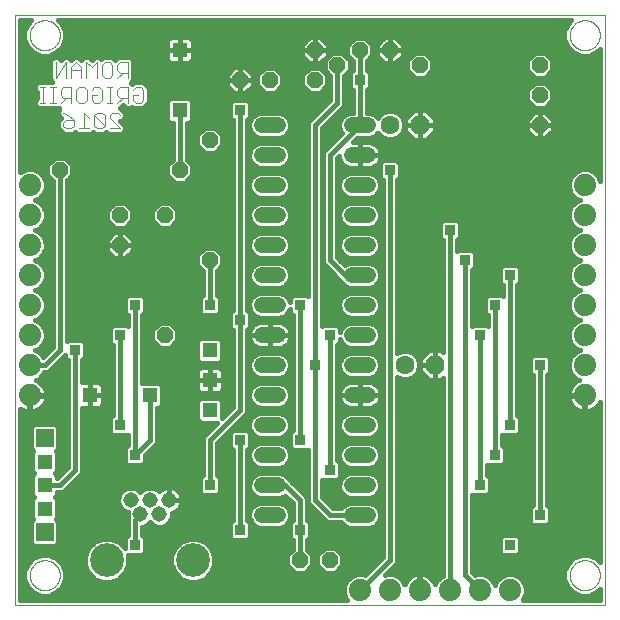
<source format=gbl>
G75*
%MOIN*%
%OFA0B0*%
%FSLAX25Y25*%
%IPPOS*%
%LPD*%
%AMOC8*
5,1,8,0,0,1.08239X$1,22.5*
%
%ADD10C,0.00000*%
%ADD11C,0.00400*%
%ADD12C,0.05200*%
%ADD13OC8,0.05200*%
%ADD14C,0.05150*%
%ADD15C,0.11220*%
%ADD16C,0.06300*%
%ADD17OC8,0.06300*%
%ADD18C,0.07400*%
%ADD19R,0.05150X0.05150*%
%ADD20R,0.05937X0.05937*%
%ADD21C,0.01600*%
%ADD22R,0.03562X0.03562*%
%ADD23C,0.01575*%
D10*
X0001787Y0001787D02*
X0001787Y0198638D01*
X0198638Y0198638D01*
X0198638Y0001787D01*
X0001787Y0001787D01*
X0006787Y0011787D02*
X0006789Y0011928D01*
X0006795Y0012069D01*
X0006805Y0012209D01*
X0006819Y0012349D01*
X0006837Y0012489D01*
X0006858Y0012628D01*
X0006884Y0012767D01*
X0006913Y0012905D01*
X0006947Y0013041D01*
X0006984Y0013177D01*
X0007025Y0013312D01*
X0007070Y0013446D01*
X0007119Y0013578D01*
X0007171Y0013709D01*
X0007227Y0013838D01*
X0007287Y0013965D01*
X0007350Y0014091D01*
X0007416Y0014215D01*
X0007487Y0014338D01*
X0007560Y0014458D01*
X0007637Y0014576D01*
X0007717Y0014692D01*
X0007801Y0014805D01*
X0007887Y0014916D01*
X0007977Y0015025D01*
X0008070Y0015131D01*
X0008165Y0015234D01*
X0008264Y0015335D01*
X0008365Y0015433D01*
X0008469Y0015528D01*
X0008576Y0015620D01*
X0008685Y0015709D01*
X0008797Y0015794D01*
X0008911Y0015877D01*
X0009027Y0015957D01*
X0009146Y0016033D01*
X0009267Y0016105D01*
X0009389Y0016175D01*
X0009514Y0016240D01*
X0009640Y0016303D01*
X0009768Y0016361D01*
X0009898Y0016416D01*
X0010029Y0016468D01*
X0010162Y0016515D01*
X0010296Y0016559D01*
X0010431Y0016600D01*
X0010567Y0016636D01*
X0010704Y0016668D01*
X0010842Y0016697D01*
X0010980Y0016722D01*
X0011120Y0016742D01*
X0011260Y0016759D01*
X0011400Y0016772D01*
X0011541Y0016781D01*
X0011681Y0016786D01*
X0011822Y0016787D01*
X0011963Y0016784D01*
X0012104Y0016777D01*
X0012244Y0016766D01*
X0012384Y0016751D01*
X0012524Y0016732D01*
X0012663Y0016710D01*
X0012801Y0016683D01*
X0012939Y0016653D01*
X0013075Y0016618D01*
X0013211Y0016580D01*
X0013345Y0016538D01*
X0013479Y0016492D01*
X0013611Y0016443D01*
X0013741Y0016389D01*
X0013870Y0016332D01*
X0013997Y0016272D01*
X0014123Y0016208D01*
X0014246Y0016140D01*
X0014368Y0016069D01*
X0014488Y0015995D01*
X0014605Y0015917D01*
X0014720Y0015836D01*
X0014833Y0015752D01*
X0014944Y0015665D01*
X0015052Y0015574D01*
X0015157Y0015481D01*
X0015260Y0015384D01*
X0015360Y0015285D01*
X0015457Y0015183D01*
X0015551Y0015078D01*
X0015642Y0014971D01*
X0015730Y0014861D01*
X0015815Y0014749D01*
X0015897Y0014634D01*
X0015976Y0014517D01*
X0016051Y0014398D01*
X0016123Y0014277D01*
X0016191Y0014154D01*
X0016256Y0014029D01*
X0016318Y0013902D01*
X0016375Y0013773D01*
X0016430Y0013643D01*
X0016480Y0013512D01*
X0016527Y0013379D01*
X0016570Y0013245D01*
X0016609Y0013109D01*
X0016644Y0012973D01*
X0016676Y0012836D01*
X0016703Y0012698D01*
X0016727Y0012559D01*
X0016747Y0012419D01*
X0016763Y0012279D01*
X0016775Y0012139D01*
X0016783Y0011998D01*
X0016787Y0011857D01*
X0016787Y0011717D01*
X0016783Y0011576D01*
X0016775Y0011435D01*
X0016763Y0011295D01*
X0016747Y0011155D01*
X0016727Y0011015D01*
X0016703Y0010876D01*
X0016676Y0010738D01*
X0016644Y0010601D01*
X0016609Y0010465D01*
X0016570Y0010329D01*
X0016527Y0010195D01*
X0016480Y0010062D01*
X0016430Y0009931D01*
X0016375Y0009801D01*
X0016318Y0009672D01*
X0016256Y0009545D01*
X0016191Y0009420D01*
X0016123Y0009297D01*
X0016051Y0009176D01*
X0015976Y0009057D01*
X0015897Y0008940D01*
X0015815Y0008825D01*
X0015730Y0008713D01*
X0015642Y0008603D01*
X0015551Y0008496D01*
X0015457Y0008391D01*
X0015360Y0008289D01*
X0015260Y0008190D01*
X0015157Y0008093D01*
X0015052Y0008000D01*
X0014944Y0007909D01*
X0014833Y0007822D01*
X0014720Y0007738D01*
X0014605Y0007657D01*
X0014488Y0007579D01*
X0014368Y0007505D01*
X0014246Y0007434D01*
X0014123Y0007366D01*
X0013997Y0007302D01*
X0013870Y0007242D01*
X0013741Y0007185D01*
X0013611Y0007131D01*
X0013479Y0007082D01*
X0013345Y0007036D01*
X0013211Y0006994D01*
X0013075Y0006956D01*
X0012939Y0006921D01*
X0012801Y0006891D01*
X0012663Y0006864D01*
X0012524Y0006842D01*
X0012384Y0006823D01*
X0012244Y0006808D01*
X0012104Y0006797D01*
X0011963Y0006790D01*
X0011822Y0006787D01*
X0011681Y0006788D01*
X0011541Y0006793D01*
X0011400Y0006802D01*
X0011260Y0006815D01*
X0011120Y0006832D01*
X0010980Y0006852D01*
X0010842Y0006877D01*
X0010704Y0006906D01*
X0010567Y0006938D01*
X0010431Y0006974D01*
X0010296Y0007015D01*
X0010162Y0007059D01*
X0010029Y0007106D01*
X0009898Y0007158D01*
X0009768Y0007213D01*
X0009640Y0007271D01*
X0009514Y0007334D01*
X0009389Y0007399D01*
X0009267Y0007469D01*
X0009146Y0007541D01*
X0009027Y0007617D01*
X0008911Y0007697D01*
X0008797Y0007780D01*
X0008685Y0007865D01*
X0008576Y0007954D01*
X0008469Y0008046D01*
X0008365Y0008141D01*
X0008264Y0008239D01*
X0008165Y0008340D01*
X0008070Y0008443D01*
X0007977Y0008549D01*
X0007887Y0008658D01*
X0007801Y0008769D01*
X0007717Y0008882D01*
X0007637Y0008998D01*
X0007560Y0009116D01*
X0007487Y0009236D01*
X0007416Y0009359D01*
X0007350Y0009483D01*
X0007287Y0009609D01*
X0007227Y0009736D01*
X0007171Y0009865D01*
X0007119Y0009996D01*
X0007070Y0010128D01*
X0007025Y0010262D01*
X0006984Y0010397D01*
X0006947Y0010533D01*
X0006913Y0010669D01*
X0006884Y0010807D01*
X0006858Y0010946D01*
X0006837Y0011085D01*
X0006819Y0011225D01*
X0006805Y0011365D01*
X0006795Y0011505D01*
X0006789Y0011646D01*
X0006787Y0011787D01*
X0006787Y0191787D02*
X0006789Y0191928D01*
X0006795Y0192069D01*
X0006805Y0192209D01*
X0006819Y0192349D01*
X0006837Y0192489D01*
X0006858Y0192628D01*
X0006884Y0192767D01*
X0006913Y0192905D01*
X0006947Y0193041D01*
X0006984Y0193177D01*
X0007025Y0193312D01*
X0007070Y0193446D01*
X0007119Y0193578D01*
X0007171Y0193709D01*
X0007227Y0193838D01*
X0007287Y0193965D01*
X0007350Y0194091D01*
X0007416Y0194215D01*
X0007487Y0194338D01*
X0007560Y0194458D01*
X0007637Y0194576D01*
X0007717Y0194692D01*
X0007801Y0194805D01*
X0007887Y0194916D01*
X0007977Y0195025D01*
X0008070Y0195131D01*
X0008165Y0195234D01*
X0008264Y0195335D01*
X0008365Y0195433D01*
X0008469Y0195528D01*
X0008576Y0195620D01*
X0008685Y0195709D01*
X0008797Y0195794D01*
X0008911Y0195877D01*
X0009027Y0195957D01*
X0009146Y0196033D01*
X0009267Y0196105D01*
X0009389Y0196175D01*
X0009514Y0196240D01*
X0009640Y0196303D01*
X0009768Y0196361D01*
X0009898Y0196416D01*
X0010029Y0196468D01*
X0010162Y0196515D01*
X0010296Y0196559D01*
X0010431Y0196600D01*
X0010567Y0196636D01*
X0010704Y0196668D01*
X0010842Y0196697D01*
X0010980Y0196722D01*
X0011120Y0196742D01*
X0011260Y0196759D01*
X0011400Y0196772D01*
X0011541Y0196781D01*
X0011681Y0196786D01*
X0011822Y0196787D01*
X0011963Y0196784D01*
X0012104Y0196777D01*
X0012244Y0196766D01*
X0012384Y0196751D01*
X0012524Y0196732D01*
X0012663Y0196710D01*
X0012801Y0196683D01*
X0012939Y0196653D01*
X0013075Y0196618D01*
X0013211Y0196580D01*
X0013345Y0196538D01*
X0013479Y0196492D01*
X0013611Y0196443D01*
X0013741Y0196389D01*
X0013870Y0196332D01*
X0013997Y0196272D01*
X0014123Y0196208D01*
X0014246Y0196140D01*
X0014368Y0196069D01*
X0014488Y0195995D01*
X0014605Y0195917D01*
X0014720Y0195836D01*
X0014833Y0195752D01*
X0014944Y0195665D01*
X0015052Y0195574D01*
X0015157Y0195481D01*
X0015260Y0195384D01*
X0015360Y0195285D01*
X0015457Y0195183D01*
X0015551Y0195078D01*
X0015642Y0194971D01*
X0015730Y0194861D01*
X0015815Y0194749D01*
X0015897Y0194634D01*
X0015976Y0194517D01*
X0016051Y0194398D01*
X0016123Y0194277D01*
X0016191Y0194154D01*
X0016256Y0194029D01*
X0016318Y0193902D01*
X0016375Y0193773D01*
X0016430Y0193643D01*
X0016480Y0193512D01*
X0016527Y0193379D01*
X0016570Y0193245D01*
X0016609Y0193109D01*
X0016644Y0192973D01*
X0016676Y0192836D01*
X0016703Y0192698D01*
X0016727Y0192559D01*
X0016747Y0192419D01*
X0016763Y0192279D01*
X0016775Y0192139D01*
X0016783Y0191998D01*
X0016787Y0191857D01*
X0016787Y0191717D01*
X0016783Y0191576D01*
X0016775Y0191435D01*
X0016763Y0191295D01*
X0016747Y0191155D01*
X0016727Y0191015D01*
X0016703Y0190876D01*
X0016676Y0190738D01*
X0016644Y0190601D01*
X0016609Y0190465D01*
X0016570Y0190329D01*
X0016527Y0190195D01*
X0016480Y0190062D01*
X0016430Y0189931D01*
X0016375Y0189801D01*
X0016318Y0189672D01*
X0016256Y0189545D01*
X0016191Y0189420D01*
X0016123Y0189297D01*
X0016051Y0189176D01*
X0015976Y0189057D01*
X0015897Y0188940D01*
X0015815Y0188825D01*
X0015730Y0188713D01*
X0015642Y0188603D01*
X0015551Y0188496D01*
X0015457Y0188391D01*
X0015360Y0188289D01*
X0015260Y0188190D01*
X0015157Y0188093D01*
X0015052Y0188000D01*
X0014944Y0187909D01*
X0014833Y0187822D01*
X0014720Y0187738D01*
X0014605Y0187657D01*
X0014488Y0187579D01*
X0014368Y0187505D01*
X0014246Y0187434D01*
X0014123Y0187366D01*
X0013997Y0187302D01*
X0013870Y0187242D01*
X0013741Y0187185D01*
X0013611Y0187131D01*
X0013479Y0187082D01*
X0013345Y0187036D01*
X0013211Y0186994D01*
X0013075Y0186956D01*
X0012939Y0186921D01*
X0012801Y0186891D01*
X0012663Y0186864D01*
X0012524Y0186842D01*
X0012384Y0186823D01*
X0012244Y0186808D01*
X0012104Y0186797D01*
X0011963Y0186790D01*
X0011822Y0186787D01*
X0011681Y0186788D01*
X0011541Y0186793D01*
X0011400Y0186802D01*
X0011260Y0186815D01*
X0011120Y0186832D01*
X0010980Y0186852D01*
X0010842Y0186877D01*
X0010704Y0186906D01*
X0010567Y0186938D01*
X0010431Y0186974D01*
X0010296Y0187015D01*
X0010162Y0187059D01*
X0010029Y0187106D01*
X0009898Y0187158D01*
X0009768Y0187213D01*
X0009640Y0187271D01*
X0009514Y0187334D01*
X0009389Y0187399D01*
X0009267Y0187469D01*
X0009146Y0187541D01*
X0009027Y0187617D01*
X0008911Y0187697D01*
X0008797Y0187780D01*
X0008685Y0187865D01*
X0008576Y0187954D01*
X0008469Y0188046D01*
X0008365Y0188141D01*
X0008264Y0188239D01*
X0008165Y0188340D01*
X0008070Y0188443D01*
X0007977Y0188549D01*
X0007887Y0188658D01*
X0007801Y0188769D01*
X0007717Y0188882D01*
X0007637Y0188998D01*
X0007560Y0189116D01*
X0007487Y0189236D01*
X0007416Y0189359D01*
X0007350Y0189483D01*
X0007287Y0189609D01*
X0007227Y0189736D01*
X0007171Y0189865D01*
X0007119Y0189996D01*
X0007070Y0190128D01*
X0007025Y0190262D01*
X0006984Y0190397D01*
X0006947Y0190533D01*
X0006913Y0190669D01*
X0006884Y0190807D01*
X0006858Y0190946D01*
X0006837Y0191085D01*
X0006819Y0191225D01*
X0006805Y0191365D01*
X0006795Y0191505D01*
X0006789Y0191646D01*
X0006787Y0191787D01*
X0186787Y0191787D02*
X0186789Y0191928D01*
X0186795Y0192069D01*
X0186805Y0192209D01*
X0186819Y0192349D01*
X0186837Y0192489D01*
X0186858Y0192628D01*
X0186884Y0192767D01*
X0186913Y0192905D01*
X0186947Y0193041D01*
X0186984Y0193177D01*
X0187025Y0193312D01*
X0187070Y0193446D01*
X0187119Y0193578D01*
X0187171Y0193709D01*
X0187227Y0193838D01*
X0187287Y0193965D01*
X0187350Y0194091D01*
X0187416Y0194215D01*
X0187487Y0194338D01*
X0187560Y0194458D01*
X0187637Y0194576D01*
X0187717Y0194692D01*
X0187801Y0194805D01*
X0187887Y0194916D01*
X0187977Y0195025D01*
X0188070Y0195131D01*
X0188165Y0195234D01*
X0188264Y0195335D01*
X0188365Y0195433D01*
X0188469Y0195528D01*
X0188576Y0195620D01*
X0188685Y0195709D01*
X0188797Y0195794D01*
X0188911Y0195877D01*
X0189027Y0195957D01*
X0189146Y0196033D01*
X0189267Y0196105D01*
X0189389Y0196175D01*
X0189514Y0196240D01*
X0189640Y0196303D01*
X0189768Y0196361D01*
X0189898Y0196416D01*
X0190029Y0196468D01*
X0190162Y0196515D01*
X0190296Y0196559D01*
X0190431Y0196600D01*
X0190567Y0196636D01*
X0190704Y0196668D01*
X0190842Y0196697D01*
X0190980Y0196722D01*
X0191120Y0196742D01*
X0191260Y0196759D01*
X0191400Y0196772D01*
X0191541Y0196781D01*
X0191681Y0196786D01*
X0191822Y0196787D01*
X0191963Y0196784D01*
X0192104Y0196777D01*
X0192244Y0196766D01*
X0192384Y0196751D01*
X0192524Y0196732D01*
X0192663Y0196710D01*
X0192801Y0196683D01*
X0192939Y0196653D01*
X0193075Y0196618D01*
X0193211Y0196580D01*
X0193345Y0196538D01*
X0193479Y0196492D01*
X0193611Y0196443D01*
X0193741Y0196389D01*
X0193870Y0196332D01*
X0193997Y0196272D01*
X0194123Y0196208D01*
X0194246Y0196140D01*
X0194368Y0196069D01*
X0194488Y0195995D01*
X0194605Y0195917D01*
X0194720Y0195836D01*
X0194833Y0195752D01*
X0194944Y0195665D01*
X0195052Y0195574D01*
X0195157Y0195481D01*
X0195260Y0195384D01*
X0195360Y0195285D01*
X0195457Y0195183D01*
X0195551Y0195078D01*
X0195642Y0194971D01*
X0195730Y0194861D01*
X0195815Y0194749D01*
X0195897Y0194634D01*
X0195976Y0194517D01*
X0196051Y0194398D01*
X0196123Y0194277D01*
X0196191Y0194154D01*
X0196256Y0194029D01*
X0196318Y0193902D01*
X0196375Y0193773D01*
X0196430Y0193643D01*
X0196480Y0193512D01*
X0196527Y0193379D01*
X0196570Y0193245D01*
X0196609Y0193109D01*
X0196644Y0192973D01*
X0196676Y0192836D01*
X0196703Y0192698D01*
X0196727Y0192559D01*
X0196747Y0192419D01*
X0196763Y0192279D01*
X0196775Y0192139D01*
X0196783Y0191998D01*
X0196787Y0191857D01*
X0196787Y0191717D01*
X0196783Y0191576D01*
X0196775Y0191435D01*
X0196763Y0191295D01*
X0196747Y0191155D01*
X0196727Y0191015D01*
X0196703Y0190876D01*
X0196676Y0190738D01*
X0196644Y0190601D01*
X0196609Y0190465D01*
X0196570Y0190329D01*
X0196527Y0190195D01*
X0196480Y0190062D01*
X0196430Y0189931D01*
X0196375Y0189801D01*
X0196318Y0189672D01*
X0196256Y0189545D01*
X0196191Y0189420D01*
X0196123Y0189297D01*
X0196051Y0189176D01*
X0195976Y0189057D01*
X0195897Y0188940D01*
X0195815Y0188825D01*
X0195730Y0188713D01*
X0195642Y0188603D01*
X0195551Y0188496D01*
X0195457Y0188391D01*
X0195360Y0188289D01*
X0195260Y0188190D01*
X0195157Y0188093D01*
X0195052Y0188000D01*
X0194944Y0187909D01*
X0194833Y0187822D01*
X0194720Y0187738D01*
X0194605Y0187657D01*
X0194488Y0187579D01*
X0194368Y0187505D01*
X0194246Y0187434D01*
X0194123Y0187366D01*
X0193997Y0187302D01*
X0193870Y0187242D01*
X0193741Y0187185D01*
X0193611Y0187131D01*
X0193479Y0187082D01*
X0193345Y0187036D01*
X0193211Y0186994D01*
X0193075Y0186956D01*
X0192939Y0186921D01*
X0192801Y0186891D01*
X0192663Y0186864D01*
X0192524Y0186842D01*
X0192384Y0186823D01*
X0192244Y0186808D01*
X0192104Y0186797D01*
X0191963Y0186790D01*
X0191822Y0186787D01*
X0191681Y0186788D01*
X0191541Y0186793D01*
X0191400Y0186802D01*
X0191260Y0186815D01*
X0191120Y0186832D01*
X0190980Y0186852D01*
X0190842Y0186877D01*
X0190704Y0186906D01*
X0190567Y0186938D01*
X0190431Y0186974D01*
X0190296Y0187015D01*
X0190162Y0187059D01*
X0190029Y0187106D01*
X0189898Y0187158D01*
X0189768Y0187213D01*
X0189640Y0187271D01*
X0189514Y0187334D01*
X0189389Y0187399D01*
X0189267Y0187469D01*
X0189146Y0187541D01*
X0189027Y0187617D01*
X0188911Y0187697D01*
X0188797Y0187780D01*
X0188685Y0187865D01*
X0188576Y0187954D01*
X0188469Y0188046D01*
X0188365Y0188141D01*
X0188264Y0188239D01*
X0188165Y0188340D01*
X0188070Y0188443D01*
X0187977Y0188549D01*
X0187887Y0188658D01*
X0187801Y0188769D01*
X0187717Y0188882D01*
X0187637Y0188998D01*
X0187560Y0189116D01*
X0187487Y0189236D01*
X0187416Y0189359D01*
X0187350Y0189483D01*
X0187287Y0189609D01*
X0187227Y0189736D01*
X0187171Y0189865D01*
X0187119Y0189996D01*
X0187070Y0190128D01*
X0187025Y0190262D01*
X0186984Y0190397D01*
X0186947Y0190533D01*
X0186913Y0190669D01*
X0186884Y0190807D01*
X0186858Y0190946D01*
X0186837Y0191085D01*
X0186819Y0191225D01*
X0186805Y0191365D01*
X0186795Y0191505D01*
X0186789Y0191646D01*
X0186787Y0191787D01*
X0186787Y0011787D02*
X0186789Y0011928D01*
X0186795Y0012069D01*
X0186805Y0012209D01*
X0186819Y0012349D01*
X0186837Y0012489D01*
X0186858Y0012628D01*
X0186884Y0012767D01*
X0186913Y0012905D01*
X0186947Y0013041D01*
X0186984Y0013177D01*
X0187025Y0013312D01*
X0187070Y0013446D01*
X0187119Y0013578D01*
X0187171Y0013709D01*
X0187227Y0013838D01*
X0187287Y0013965D01*
X0187350Y0014091D01*
X0187416Y0014215D01*
X0187487Y0014338D01*
X0187560Y0014458D01*
X0187637Y0014576D01*
X0187717Y0014692D01*
X0187801Y0014805D01*
X0187887Y0014916D01*
X0187977Y0015025D01*
X0188070Y0015131D01*
X0188165Y0015234D01*
X0188264Y0015335D01*
X0188365Y0015433D01*
X0188469Y0015528D01*
X0188576Y0015620D01*
X0188685Y0015709D01*
X0188797Y0015794D01*
X0188911Y0015877D01*
X0189027Y0015957D01*
X0189146Y0016033D01*
X0189267Y0016105D01*
X0189389Y0016175D01*
X0189514Y0016240D01*
X0189640Y0016303D01*
X0189768Y0016361D01*
X0189898Y0016416D01*
X0190029Y0016468D01*
X0190162Y0016515D01*
X0190296Y0016559D01*
X0190431Y0016600D01*
X0190567Y0016636D01*
X0190704Y0016668D01*
X0190842Y0016697D01*
X0190980Y0016722D01*
X0191120Y0016742D01*
X0191260Y0016759D01*
X0191400Y0016772D01*
X0191541Y0016781D01*
X0191681Y0016786D01*
X0191822Y0016787D01*
X0191963Y0016784D01*
X0192104Y0016777D01*
X0192244Y0016766D01*
X0192384Y0016751D01*
X0192524Y0016732D01*
X0192663Y0016710D01*
X0192801Y0016683D01*
X0192939Y0016653D01*
X0193075Y0016618D01*
X0193211Y0016580D01*
X0193345Y0016538D01*
X0193479Y0016492D01*
X0193611Y0016443D01*
X0193741Y0016389D01*
X0193870Y0016332D01*
X0193997Y0016272D01*
X0194123Y0016208D01*
X0194246Y0016140D01*
X0194368Y0016069D01*
X0194488Y0015995D01*
X0194605Y0015917D01*
X0194720Y0015836D01*
X0194833Y0015752D01*
X0194944Y0015665D01*
X0195052Y0015574D01*
X0195157Y0015481D01*
X0195260Y0015384D01*
X0195360Y0015285D01*
X0195457Y0015183D01*
X0195551Y0015078D01*
X0195642Y0014971D01*
X0195730Y0014861D01*
X0195815Y0014749D01*
X0195897Y0014634D01*
X0195976Y0014517D01*
X0196051Y0014398D01*
X0196123Y0014277D01*
X0196191Y0014154D01*
X0196256Y0014029D01*
X0196318Y0013902D01*
X0196375Y0013773D01*
X0196430Y0013643D01*
X0196480Y0013512D01*
X0196527Y0013379D01*
X0196570Y0013245D01*
X0196609Y0013109D01*
X0196644Y0012973D01*
X0196676Y0012836D01*
X0196703Y0012698D01*
X0196727Y0012559D01*
X0196747Y0012419D01*
X0196763Y0012279D01*
X0196775Y0012139D01*
X0196783Y0011998D01*
X0196787Y0011857D01*
X0196787Y0011717D01*
X0196783Y0011576D01*
X0196775Y0011435D01*
X0196763Y0011295D01*
X0196747Y0011155D01*
X0196727Y0011015D01*
X0196703Y0010876D01*
X0196676Y0010738D01*
X0196644Y0010601D01*
X0196609Y0010465D01*
X0196570Y0010329D01*
X0196527Y0010195D01*
X0196480Y0010062D01*
X0196430Y0009931D01*
X0196375Y0009801D01*
X0196318Y0009672D01*
X0196256Y0009545D01*
X0196191Y0009420D01*
X0196123Y0009297D01*
X0196051Y0009176D01*
X0195976Y0009057D01*
X0195897Y0008940D01*
X0195815Y0008825D01*
X0195730Y0008713D01*
X0195642Y0008603D01*
X0195551Y0008496D01*
X0195457Y0008391D01*
X0195360Y0008289D01*
X0195260Y0008190D01*
X0195157Y0008093D01*
X0195052Y0008000D01*
X0194944Y0007909D01*
X0194833Y0007822D01*
X0194720Y0007738D01*
X0194605Y0007657D01*
X0194488Y0007579D01*
X0194368Y0007505D01*
X0194246Y0007434D01*
X0194123Y0007366D01*
X0193997Y0007302D01*
X0193870Y0007242D01*
X0193741Y0007185D01*
X0193611Y0007131D01*
X0193479Y0007082D01*
X0193345Y0007036D01*
X0193211Y0006994D01*
X0193075Y0006956D01*
X0192939Y0006921D01*
X0192801Y0006891D01*
X0192663Y0006864D01*
X0192524Y0006842D01*
X0192384Y0006823D01*
X0192244Y0006808D01*
X0192104Y0006797D01*
X0191963Y0006790D01*
X0191822Y0006787D01*
X0191681Y0006788D01*
X0191541Y0006793D01*
X0191400Y0006802D01*
X0191260Y0006815D01*
X0191120Y0006832D01*
X0190980Y0006852D01*
X0190842Y0006877D01*
X0190704Y0006906D01*
X0190567Y0006938D01*
X0190431Y0006974D01*
X0190296Y0007015D01*
X0190162Y0007059D01*
X0190029Y0007106D01*
X0189898Y0007158D01*
X0189768Y0007213D01*
X0189640Y0007271D01*
X0189514Y0007334D01*
X0189389Y0007399D01*
X0189267Y0007469D01*
X0189146Y0007541D01*
X0189027Y0007617D01*
X0188911Y0007697D01*
X0188797Y0007780D01*
X0188685Y0007865D01*
X0188576Y0007954D01*
X0188469Y0008046D01*
X0188365Y0008141D01*
X0188264Y0008239D01*
X0188165Y0008340D01*
X0188070Y0008443D01*
X0187977Y0008549D01*
X0187887Y0008658D01*
X0187801Y0008769D01*
X0187717Y0008882D01*
X0187637Y0008998D01*
X0187560Y0009116D01*
X0187487Y0009236D01*
X0187416Y0009359D01*
X0187350Y0009483D01*
X0187287Y0009609D01*
X0187227Y0009736D01*
X0187171Y0009865D01*
X0187119Y0009996D01*
X0187070Y0010128D01*
X0187025Y0010262D01*
X0186984Y0010397D01*
X0186947Y0010533D01*
X0186913Y0010669D01*
X0186884Y0010807D01*
X0186858Y0010946D01*
X0186837Y0011085D01*
X0186819Y0011225D01*
X0186805Y0011365D01*
X0186795Y0011505D01*
X0186789Y0011646D01*
X0186787Y0011787D01*
D11*
X0036900Y0160787D02*
X0033431Y0164257D01*
X0033431Y0165124D01*
X0034298Y0165992D01*
X0036033Y0165992D01*
X0036900Y0165124D01*
X0036033Y0165992D01*
X0034298Y0165992D01*
X0033431Y0165124D01*
X0033431Y0164257D01*
X0036900Y0160787D01*
X0033431Y0160787D01*
X0036900Y0160787D01*
X0031744Y0161655D02*
X0028274Y0165124D01*
X0028274Y0161655D01*
X0029142Y0160787D01*
X0030876Y0160787D01*
X0031744Y0161655D01*
X0031744Y0165124D01*
X0030876Y0165992D01*
X0029142Y0165992D01*
X0028274Y0165124D01*
X0031744Y0161655D01*
X0030876Y0160787D01*
X0029142Y0160787D01*
X0028274Y0161655D01*
X0028274Y0165124D01*
X0029142Y0165992D01*
X0030876Y0165992D01*
X0031744Y0165124D01*
X0031744Y0161655D01*
X0026587Y0160787D02*
X0023118Y0160787D01*
X0026587Y0160787D01*
X0024853Y0160787D02*
X0024853Y0165992D01*
X0026587Y0164257D01*
X0024853Y0165992D01*
X0024853Y0160787D01*
X0021431Y0161655D02*
X0020564Y0160787D01*
X0018829Y0160787D01*
X0017961Y0161655D01*
X0017961Y0162522D01*
X0018829Y0163390D01*
X0021431Y0163390D01*
X0021431Y0161655D01*
X0020564Y0160787D01*
X0018829Y0160787D01*
X0017961Y0161655D01*
X0017961Y0162522D01*
X0018829Y0163390D01*
X0021431Y0163390D01*
X0019696Y0165124D01*
X0017961Y0165992D01*
X0019696Y0165124D01*
X0021431Y0163390D01*
X0021431Y0161655D01*
X0020572Y0169187D02*
X0020572Y0174392D01*
X0017969Y0174392D01*
X0017102Y0173524D01*
X0017102Y0171790D01*
X0017969Y0170922D01*
X0020572Y0170922D01*
X0017969Y0170922D01*
X0017102Y0171790D01*
X0017102Y0173524D01*
X0017969Y0174392D01*
X0020572Y0174392D01*
X0020572Y0169187D01*
X0022258Y0170055D02*
X0022258Y0173524D01*
X0023126Y0174392D01*
X0024861Y0174392D01*
X0025728Y0173524D01*
X0025728Y0170055D01*
X0024861Y0169187D01*
X0023126Y0169187D01*
X0022258Y0170055D01*
X0022258Y0173524D01*
X0023126Y0174392D01*
X0024861Y0174392D01*
X0025728Y0173524D01*
X0025728Y0170055D01*
X0024861Y0169187D01*
X0023126Y0169187D01*
X0022258Y0170055D01*
X0018837Y0170922D02*
X0017102Y0169187D01*
X0018837Y0170922D01*
X0015415Y0169187D02*
X0013680Y0169187D01*
X0015415Y0169187D01*
X0014548Y0169187D02*
X0014548Y0174392D01*
X0014548Y0169187D01*
X0011978Y0169187D02*
X0010243Y0169187D01*
X0011978Y0169187D01*
X0011110Y0169187D02*
X0011110Y0174392D01*
X0011110Y0169187D01*
X0011978Y0174392D02*
X0010243Y0174392D01*
X0011978Y0174392D01*
X0013680Y0174392D02*
X0015415Y0174392D01*
X0013680Y0174392D01*
X0015383Y0177587D02*
X0015383Y0182792D01*
X0015383Y0177587D01*
X0018853Y0182792D01*
X0018853Y0177587D01*
X0018853Y0182792D01*
X0015383Y0177587D01*
X0020540Y0177587D02*
X0020540Y0181057D01*
X0022274Y0182792D01*
X0024009Y0181057D01*
X0024009Y0177587D01*
X0024009Y0181057D01*
X0022274Y0182792D01*
X0020540Y0181057D01*
X0020540Y0177587D01*
X0020540Y0180190D02*
X0024009Y0180190D01*
X0020540Y0180190D01*
X0025696Y0182792D02*
X0025696Y0177587D01*
X0025696Y0182792D01*
X0027431Y0181057D01*
X0029166Y0182792D01*
X0029166Y0177587D01*
X0029166Y0182792D01*
X0027431Y0181057D01*
X0025696Y0182792D01*
X0030852Y0181924D02*
X0030852Y0178455D01*
X0031720Y0177587D01*
X0033455Y0177587D01*
X0034322Y0178455D01*
X0034322Y0181924D01*
X0033455Y0182792D01*
X0031720Y0182792D01*
X0030852Y0181924D01*
X0031720Y0182792D01*
X0033455Y0182792D01*
X0034322Y0181924D01*
X0034322Y0178455D01*
X0033455Y0177587D01*
X0031720Y0177587D01*
X0030852Y0178455D01*
X0030852Y0181924D01*
X0036009Y0181924D02*
X0036009Y0180190D01*
X0036876Y0179322D01*
X0039478Y0179322D01*
X0036876Y0179322D01*
X0036009Y0180190D01*
X0036009Y0181924D01*
X0036876Y0182792D01*
X0039478Y0182792D01*
X0039478Y0177587D01*
X0039478Y0182792D01*
X0036876Y0182792D01*
X0036009Y0181924D01*
X0037744Y0179322D02*
X0036009Y0177587D01*
X0037744Y0179322D01*
X0036876Y0174392D02*
X0036009Y0173524D01*
X0036009Y0171790D01*
X0036876Y0170922D01*
X0039478Y0170922D01*
X0036876Y0170922D01*
X0036009Y0171790D01*
X0036009Y0173524D01*
X0036876Y0174392D01*
X0039478Y0174392D01*
X0039478Y0169187D01*
X0039478Y0174392D01*
X0036876Y0174392D01*
X0034322Y0174392D02*
X0032587Y0174392D01*
X0034322Y0174392D01*
X0033455Y0174392D02*
X0033455Y0169187D01*
X0033455Y0174392D01*
X0030884Y0173524D02*
X0030884Y0170055D01*
X0030017Y0169187D01*
X0028282Y0169187D01*
X0027415Y0170055D01*
X0027415Y0171790D01*
X0029150Y0171790D01*
X0027415Y0171790D01*
X0027415Y0170055D01*
X0028282Y0169187D01*
X0030017Y0169187D01*
X0030884Y0170055D01*
X0030884Y0173524D01*
X0030017Y0174392D01*
X0028282Y0174392D01*
X0027415Y0173524D01*
X0028282Y0174392D01*
X0030017Y0174392D01*
X0030884Y0173524D01*
X0032587Y0169187D02*
X0034322Y0169187D01*
X0032587Y0169187D01*
X0036009Y0169187D02*
X0037744Y0170922D01*
X0036009Y0169187D01*
X0041165Y0170055D02*
X0041165Y0171790D01*
X0042900Y0171790D01*
X0041165Y0171790D01*
X0041165Y0170055D01*
X0042033Y0169187D01*
X0043767Y0169187D01*
X0044635Y0170055D01*
X0044635Y0173524D01*
X0043767Y0174392D01*
X0042033Y0174392D01*
X0041165Y0173524D01*
X0042033Y0174392D01*
X0043767Y0174392D01*
X0044635Y0173524D01*
X0044635Y0170055D01*
X0043767Y0169187D01*
X0042033Y0169187D01*
X0041165Y0170055D01*
D12*
X0084187Y0161787D02*
X0089387Y0161787D01*
X0089387Y0151787D02*
X0084187Y0151787D01*
X0084187Y0141787D02*
X0089387Y0141787D01*
X0089387Y0131787D02*
X0084187Y0131787D01*
X0084187Y0121787D02*
X0089387Y0121787D01*
X0089387Y0111787D02*
X0084187Y0111787D01*
X0084187Y0101787D02*
X0089387Y0101787D01*
X0089387Y0091787D02*
X0084187Y0091787D01*
X0084187Y0081787D02*
X0089387Y0081787D01*
X0089387Y0071787D02*
X0084187Y0071787D01*
X0084187Y0061787D02*
X0089387Y0061787D01*
X0089387Y0051787D02*
X0084187Y0051787D01*
X0084187Y0041787D02*
X0089387Y0041787D01*
X0089387Y0031787D02*
X0084187Y0031787D01*
X0114187Y0031787D02*
X0119387Y0031787D01*
X0119387Y0041787D02*
X0114187Y0041787D01*
X0114187Y0051787D02*
X0119387Y0051787D01*
X0119387Y0061787D02*
X0114187Y0061787D01*
X0114187Y0071787D02*
X0119387Y0071787D01*
X0119387Y0081787D02*
X0114187Y0081787D01*
X0114187Y0091787D02*
X0119387Y0091787D01*
X0119387Y0101787D02*
X0114187Y0101787D01*
X0114187Y0111787D02*
X0119387Y0111787D01*
X0119387Y0121787D02*
X0114187Y0121787D01*
X0114187Y0131787D02*
X0119387Y0131787D01*
X0119387Y0141787D02*
X0114187Y0141787D01*
X0114187Y0151787D02*
X0119387Y0151787D01*
X0119387Y0161787D02*
X0114187Y0161787D01*
D13*
X0101787Y0176787D03*
X0109287Y0181787D03*
X0101787Y0186787D03*
X0086787Y0176787D03*
X0076787Y0176787D03*
X0066787Y0156787D03*
X0056787Y0146787D03*
X0051787Y0131787D03*
X0036787Y0131787D03*
X0036787Y0121787D03*
X0016787Y0146787D03*
X0066787Y0116787D03*
X0051787Y0091787D03*
X0096787Y0016787D03*
X0106787Y0016787D03*
X0176787Y0161787D03*
X0176787Y0171787D03*
X0176787Y0181787D03*
X0136787Y0181787D03*
X0126787Y0186787D03*
X0116787Y0186787D03*
D14*
X0053087Y0036866D03*
X0049937Y0032142D03*
X0046787Y0036866D03*
X0043638Y0032142D03*
X0040488Y0036866D03*
D15*
X0032417Y0016787D03*
X0061157Y0016787D03*
D16*
X0131787Y0081787D03*
X0126787Y0161787D03*
D17*
X0136787Y0161787D03*
X0141787Y0081787D03*
D18*
X0191787Y0081787D03*
X0191787Y0071787D03*
X0191787Y0091787D03*
X0191787Y0101787D03*
X0191787Y0111787D03*
X0191787Y0121787D03*
X0191787Y0131787D03*
X0191787Y0141787D03*
X0166787Y0006787D03*
X0156787Y0006787D03*
X0146787Y0006787D03*
X0136787Y0006787D03*
X0126787Y0006787D03*
X0116787Y0006787D03*
X0006787Y0071787D03*
X0006787Y0081787D03*
X0006787Y0091787D03*
X0006787Y0101787D03*
X0006787Y0111787D03*
X0006787Y0121787D03*
X0006787Y0131787D03*
X0006787Y0141787D03*
D19*
X0056787Y0166787D03*
X0056787Y0186787D03*
X0066787Y0086787D03*
X0066787Y0076787D03*
X0066787Y0066787D03*
X0046787Y0071787D03*
X0026787Y0071787D03*
X0011787Y0049661D03*
X0011787Y0041787D03*
X0011787Y0033913D03*
D20*
X0011787Y0026039D03*
X0011787Y0057535D03*
D21*
X0021787Y0046787D02*
X0021787Y0086787D01*
X0016787Y0086787D02*
X0016787Y0146787D01*
X0056787Y0146787D02*
X0056787Y0166787D01*
X0076787Y0166787D02*
X0076787Y0096787D01*
X0076787Y0066787D01*
X0066787Y0056787D01*
X0066787Y0041787D01*
X0076787Y0056787D02*
X0076787Y0026787D01*
X0086787Y0041787D02*
X0091787Y0041787D01*
X0096787Y0036787D01*
X0096787Y0026787D01*
X0096787Y0016787D01*
X0106787Y0031787D02*
X0116787Y0031787D01*
X0106787Y0031787D02*
X0101787Y0036787D01*
X0101787Y0081787D01*
X0101787Y0161787D01*
X0109287Y0169287D01*
X0109287Y0181787D01*
X0116787Y0176787D02*
X0116787Y0186787D01*
X0116787Y0176787D02*
X0116787Y0161787D01*
X0106787Y0151787D01*
X0106787Y0116787D01*
X0111787Y0111787D01*
X0116787Y0111787D01*
X0106787Y0091787D02*
X0106787Y0046787D01*
X0096787Y0056787D02*
X0096787Y0101787D01*
X0066787Y0101787D02*
X0066787Y0116787D01*
X0041787Y0101787D02*
X0041787Y0051787D01*
X0046787Y0056787D01*
X0046787Y0071787D01*
X0036787Y0061787D02*
X0036787Y0091787D01*
X0016787Y0086787D02*
X0011787Y0081787D01*
X0006787Y0081787D01*
X0021787Y0046787D02*
X0016787Y0041787D01*
X0011787Y0041787D01*
X0041787Y0030291D02*
X0041787Y0021787D01*
X0041787Y0030291D02*
X0043638Y0032142D01*
X0116787Y0006787D02*
X0126787Y0016787D01*
X0126787Y0146787D01*
X0146787Y0126787D02*
X0146787Y0006787D01*
X0151787Y0011787D02*
X0156787Y0006787D01*
X0151787Y0011787D02*
X0151787Y0116787D01*
X0166787Y0111787D02*
X0166787Y0061787D01*
X0161787Y0051787D02*
X0161787Y0101787D01*
X0156787Y0091787D02*
X0156787Y0041787D01*
X0176787Y0031787D02*
X0176787Y0081787D01*
D22*
X0176787Y0081787D03*
X0166787Y0061787D03*
X0161787Y0051787D03*
X0156787Y0041787D03*
X0166787Y0021787D03*
X0176787Y0031787D03*
X0156787Y0091787D03*
X0161787Y0101787D03*
X0166787Y0111787D03*
X0151787Y0116787D03*
X0146787Y0126787D03*
X0126787Y0146787D03*
X0116787Y0176787D03*
X0076787Y0166787D03*
X0066787Y0101787D03*
X0076787Y0096787D03*
X0096787Y0101787D03*
X0106787Y0091787D03*
X0101787Y0081787D03*
X0096787Y0056787D03*
X0106787Y0046787D03*
X0096787Y0026787D03*
X0076787Y0026787D03*
X0066787Y0041787D03*
X0076787Y0056787D03*
X0041787Y0051787D03*
X0036787Y0061787D03*
X0021787Y0086787D03*
X0036787Y0091787D03*
X0041787Y0101787D03*
X0041787Y0021787D03*
D23*
X0038431Y0022240D02*
X0037125Y0022240D01*
X0036487Y0022879D02*
X0033847Y0023972D01*
X0030988Y0023972D01*
X0028347Y0022879D01*
X0026326Y0020857D01*
X0025232Y0018217D01*
X0025232Y0015358D01*
X0026326Y0012717D01*
X0028347Y0010696D01*
X0030988Y0009602D01*
X0033847Y0009602D01*
X0036487Y0010696D01*
X0038508Y0012717D01*
X0039602Y0015358D01*
X0039602Y0018217D01*
X0039513Y0018431D01*
X0044221Y0018431D01*
X0045143Y0019354D01*
X0045143Y0024221D01*
X0044221Y0025143D01*
X0044162Y0025143D01*
X0044162Y0027992D01*
X0044463Y0027992D01*
X0045988Y0028624D01*
X0046787Y0029423D01*
X0047586Y0028624D01*
X0049112Y0027992D01*
X0050762Y0027992D01*
X0052288Y0028624D01*
X0053455Y0029791D01*
X0054087Y0031316D01*
X0054087Y0032608D01*
X0054108Y0032611D01*
X0054761Y0032824D01*
X0055373Y0033135D01*
X0055928Y0033539D01*
X0056414Y0034024D01*
X0056817Y0034580D01*
X0057129Y0035192D01*
X0057341Y0035845D01*
X0057449Y0036523D01*
X0057449Y0036866D01*
X0053087Y0036866D01*
X0053087Y0036866D01*
X0057449Y0036866D01*
X0057449Y0037209D01*
X0057341Y0037888D01*
X0057129Y0038541D01*
X0056817Y0039152D01*
X0056414Y0039708D01*
X0055928Y0040193D01*
X0055373Y0040597D01*
X0054761Y0040909D01*
X0054108Y0041121D01*
X0053430Y0041228D01*
X0053087Y0041228D01*
X0053087Y0036866D01*
X0053087Y0036866D01*
X0053087Y0041228D01*
X0052743Y0041228D01*
X0052065Y0041121D01*
X0051412Y0040909D01*
X0050800Y0040597D01*
X0050245Y0040193D01*
X0049787Y0039735D01*
X0049138Y0040384D01*
X0047613Y0041016D01*
X0045962Y0041016D01*
X0044437Y0040384D01*
X0043638Y0039585D01*
X0042839Y0040384D01*
X0041314Y0041016D01*
X0039663Y0041016D01*
X0038138Y0040384D01*
X0036970Y0039217D01*
X0036339Y0037692D01*
X0036339Y0036041D01*
X0036970Y0034516D01*
X0038138Y0033348D01*
X0039488Y0032789D01*
X0039488Y0031351D01*
X0039413Y0031275D01*
X0039413Y0025143D01*
X0039354Y0025143D01*
X0038431Y0024221D01*
X0038431Y0020934D01*
X0036487Y0022879D01*
X0038431Y0023814D02*
X0034229Y0023814D01*
X0030605Y0023814D02*
X0016331Y0023814D01*
X0016331Y0022419D02*
X0016331Y0029660D01*
X0015621Y0030370D01*
X0015937Y0030686D01*
X0015937Y0037140D01*
X0015227Y0037850D01*
X0015937Y0038560D01*
X0015937Y0039413D01*
X0017771Y0039413D01*
X0022771Y0044413D01*
X0024162Y0045804D01*
X0024162Y0067425D01*
X0026787Y0067425D01*
X0026787Y0071787D01*
X0026787Y0071787D01*
X0026787Y0067425D01*
X0029598Y0067425D01*
X0030052Y0067547D01*
X0030460Y0067782D01*
X0030792Y0068115D01*
X0031028Y0068523D01*
X0031150Y0068977D01*
X0031150Y0071787D01*
X0026788Y0071787D01*
X0026788Y0071787D01*
X0031150Y0071787D01*
X0031150Y0074598D01*
X0031028Y0075052D01*
X0030792Y0075460D01*
X0030460Y0075792D01*
X0030052Y0076028D01*
X0029598Y0076150D01*
X0026787Y0076150D01*
X0024162Y0076150D01*
X0024162Y0083431D01*
X0024221Y0083431D01*
X0025143Y0084354D01*
X0025143Y0089221D01*
X0024221Y0090143D01*
X0019354Y0090143D01*
X0019162Y0089951D01*
X0019162Y0143258D01*
X0020962Y0145058D01*
X0020962Y0148517D01*
X0018517Y0150962D01*
X0015058Y0150962D01*
X0012613Y0148517D01*
X0012613Y0145058D01*
X0014413Y0143258D01*
X0014413Y0087771D01*
X0011305Y0084664D01*
X0011259Y0084775D01*
X0009775Y0086259D01*
X0008500Y0086787D01*
X0009775Y0087316D01*
X0011259Y0088799D01*
X0012062Y0090738D01*
X0012062Y0092837D01*
X0011259Y0094775D01*
X0009775Y0096259D01*
X0008500Y0096787D01*
X0009775Y0097316D01*
X0011259Y0098799D01*
X0012062Y0100738D01*
X0012062Y0102837D01*
X0011259Y0104775D01*
X0009775Y0106259D01*
X0008500Y0106787D01*
X0009775Y0107316D01*
X0011259Y0108799D01*
X0012062Y0110738D01*
X0012062Y0112837D01*
X0011259Y0114775D01*
X0009775Y0116259D01*
X0008500Y0116787D01*
X0009775Y0117316D01*
X0011259Y0118799D01*
X0012062Y0120738D01*
X0012062Y0122837D01*
X0011259Y0124775D01*
X0009775Y0126259D01*
X0008500Y0126787D01*
X0009775Y0127316D01*
X0011259Y0128799D01*
X0012062Y0130738D01*
X0012062Y0132837D01*
X0011259Y0134775D01*
X0009775Y0136259D01*
X0008500Y0136787D01*
X0009775Y0137316D01*
X0011259Y0138799D01*
X0012062Y0140738D01*
X0012062Y0142837D01*
X0011259Y0144775D01*
X0009775Y0146259D01*
X0007837Y0147062D01*
X0005738Y0147062D01*
X0003799Y0146259D01*
X0003575Y0146034D01*
X0003575Y0196850D01*
X0007252Y0196850D01*
X0006033Y0195632D01*
X0005000Y0193137D01*
X0005000Y0190437D01*
X0006033Y0187943D01*
X0007943Y0186033D01*
X0010437Y0185000D01*
X0013137Y0185000D01*
X0015632Y0186033D01*
X0017541Y0187943D01*
X0018575Y0190437D01*
X0018575Y0193137D01*
X0017541Y0195632D01*
X0016323Y0196850D01*
X0187252Y0196850D01*
X0186033Y0195632D01*
X0185000Y0193137D01*
X0185000Y0190437D01*
X0186033Y0187943D01*
X0187943Y0186033D01*
X0190437Y0185000D01*
X0193137Y0185000D01*
X0195632Y0186033D01*
X0196850Y0187252D01*
X0196850Y0143348D01*
X0196259Y0144775D01*
X0194775Y0146259D01*
X0192837Y0147062D01*
X0190738Y0147062D01*
X0188799Y0146259D01*
X0187316Y0144775D01*
X0186513Y0142837D01*
X0186513Y0140738D01*
X0187316Y0138799D01*
X0188799Y0137316D01*
X0190075Y0136787D01*
X0188799Y0136259D01*
X0187316Y0134775D01*
X0186513Y0132837D01*
X0186513Y0130738D01*
X0187316Y0128799D01*
X0188799Y0127316D01*
X0190075Y0126787D01*
X0188799Y0126259D01*
X0187316Y0124775D01*
X0186513Y0122837D01*
X0186513Y0120738D01*
X0187316Y0118799D01*
X0188799Y0117316D01*
X0190075Y0116787D01*
X0188799Y0116259D01*
X0187316Y0114775D01*
X0186513Y0112837D01*
X0186513Y0110738D01*
X0187316Y0108799D01*
X0188799Y0107316D01*
X0190075Y0106787D01*
X0188799Y0106259D01*
X0187316Y0104775D01*
X0186513Y0102837D01*
X0186513Y0100738D01*
X0187316Y0098799D01*
X0188799Y0097316D01*
X0190075Y0096787D01*
X0188799Y0096259D01*
X0187316Y0094775D01*
X0186513Y0092837D01*
X0186513Y0090738D01*
X0187316Y0088799D01*
X0188799Y0087316D01*
X0190075Y0086787D01*
X0188799Y0086259D01*
X0187316Y0084775D01*
X0186513Y0082837D01*
X0186513Y0080738D01*
X0187316Y0078799D01*
X0188799Y0077316D01*
X0189786Y0076907D01*
X0189681Y0076873D01*
X0188911Y0076481D01*
X0188213Y0075973D01*
X0187602Y0075362D01*
X0187094Y0074663D01*
X0186702Y0073894D01*
X0186435Y0073072D01*
X0186300Y0072219D01*
X0186300Y0072000D01*
X0191575Y0072000D01*
X0191575Y0071575D01*
X0192000Y0071575D01*
X0192000Y0066300D01*
X0192219Y0066300D01*
X0193072Y0066435D01*
X0193894Y0066702D01*
X0194663Y0067094D01*
X0195362Y0067602D01*
X0195973Y0068213D01*
X0196481Y0068911D01*
X0196850Y0069637D01*
X0196850Y0016323D01*
X0195632Y0017541D01*
X0193137Y0018575D01*
X0190437Y0018575D01*
X0187943Y0017541D01*
X0186033Y0015632D01*
X0185000Y0013137D01*
X0185000Y0010437D01*
X0186033Y0007943D01*
X0187943Y0006033D01*
X0190437Y0005000D01*
X0193137Y0005000D01*
X0195632Y0006033D01*
X0196850Y0007252D01*
X0196850Y0003575D01*
X0171034Y0003575D01*
X0171259Y0003799D01*
X0172062Y0005738D01*
X0172062Y0007837D01*
X0171259Y0009775D01*
X0169775Y0011259D01*
X0167837Y0012062D01*
X0165738Y0012062D01*
X0163799Y0011259D01*
X0162316Y0009775D01*
X0161787Y0008500D01*
X0161259Y0009775D01*
X0159775Y0011259D01*
X0157837Y0012062D01*
X0155738Y0012062D01*
X0155125Y0011808D01*
X0154162Y0012771D01*
X0154162Y0038623D01*
X0154354Y0038431D01*
X0159221Y0038431D01*
X0160143Y0039354D01*
X0160143Y0044221D01*
X0159221Y0045143D01*
X0159162Y0045143D01*
X0159162Y0048623D01*
X0159354Y0048431D01*
X0164221Y0048431D01*
X0165143Y0049354D01*
X0165143Y0054221D01*
X0164221Y0055143D01*
X0164162Y0055143D01*
X0164162Y0058623D01*
X0164354Y0058431D01*
X0169221Y0058431D01*
X0170143Y0059354D01*
X0170143Y0064221D01*
X0169221Y0065143D01*
X0169162Y0065143D01*
X0169162Y0108431D01*
X0169221Y0108431D01*
X0170143Y0109354D01*
X0170143Y0114221D01*
X0169221Y0115143D01*
X0164354Y0115143D01*
X0163431Y0114221D01*
X0163431Y0109354D01*
X0164354Y0108431D01*
X0164413Y0108431D01*
X0164413Y0104951D01*
X0164221Y0105143D01*
X0159354Y0105143D01*
X0158431Y0104221D01*
X0158431Y0099354D01*
X0159354Y0098431D01*
X0159413Y0098431D01*
X0159413Y0094951D01*
X0159221Y0095143D01*
X0154354Y0095143D01*
X0154162Y0094951D01*
X0154162Y0113431D01*
X0154221Y0113431D01*
X0155143Y0114354D01*
X0155143Y0119221D01*
X0154221Y0120143D01*
X0149354Y0120143D01*
X0149162Y0119951D01*
X0149162Y0123431D01*
X0149221Y0123431D01*
X0150143Y0124354D01*
X0150143Y0129221D01*
X0149221Y0130143D01*
X0144354Y0130143D01*
X0143431Y0129221D01*
X0143431Y0124354D01*
X0144354Y0123431D01*
X0144413Y0123431D01*
X0144413Y0086145D01*
X0143833Y0086725D01*
X0141800Y0086725D01*
X0141800Y0081800D01*
X0141775Y0081800D01*
X0141775Y0086725D01*
X0139742Y0086725D01*
X0136850Y0083833D01*
X0136850Y0081800D01*
X0141775Y0081800D01*
X0141775Y0081775D01*
X0141800Y0081775D01*
X0141800Y0076850D01*
X0143833Y0076850D01*
X0144413Y0077430D01*
X0144413Y0011513D01*
X0143799Y0011259D01*
X0142316Y0009775D01*
X0141907Y0008789D01*
X0141873Y0008894D01*
X0141481Y0009663D01*
X0140973Y0010362D01*
X0140362Y0010973D01*
X0139663Y0011481D01*
X0138894Y0011873D01*
X0138072Y0012140D01*
X0137219Y0012275D01*
X0137000Y0012275D01*
X0137000Y0007000D01*
X0136575Y0007000D01*
X0136575Y0012275D01*
X0136356Y0012275D01*
X0135502Y0012140D01*
X0134681Y0011873D01*
X0133911Y0011481D01*
X0133213Y0010973D01*
X0132602Y0010362D01*
X0132094Y0009663D01*
X0131702Y0008894D01*
X0131668Y0008789D01*
X0131259Y0009775D01*
X0129775Y0011259D01*
X0127837Y0012062D01*
X0125738Y0012062D01*
X0125196Y0011838D01*
X0129162Y0015804D01*
X0129162Y0077761D01*
X0130848Y0077063D01*
X0132727Y0077063D01*
X0134464Y0077782D01*
X0135793Y0079111D01*
X0136512Y0080848D01*
X0136512Y0082727D01*
X0135793Y0084464D01*
X0134464Y0085793D01*
X0132727Y0086512D01*
X0130848Y0086512D01*
X0129162Y0085814D01*
X0129162Y0143431D01*
X0129221Y0143431D01*
X0130143Y0144354D01*
X0130143Y0149221D01*
X0129221Y0150143D01*
X0124354Y0150143D01*
X0123431Y0149221D01*
X0123431Y0144354D01*
X0124354Y0143431D01*
X0124413Y0143431D01*
X0124413Y0017771D01*
X0118450Y0011808D01*
X0117837Y0012062D01*
X0115738Y0012062D01*
X0113799Y0011259D01*
X0112316Y0009775D01*
X0111513Y0007837D01*
X0111513Y0005738D01*
X0112316Y0003799D01*
X0112540Y0003575D01*
X0003575Y0003575D01*
X0003575Y0067339D01*
X0003911Y0067094D01*
X0004681Y0066702D01*
X0005502Y0066435D01*
X0006356Y0066300D01*
X0006575Y0066300D01*
X0006575Y0071575D01*
X0007000Y0071575D01*
X0007000Y0072000D01*
X0012275Y0072000D01*
X0012275Y0072219D01*
X0012140Y0073072D01*
X0011873Y0073894D01*
X0011481Y0074663D01*
X0010973Y0075362D01*
X0010362Y0075973D01*
X0009663Y0076481D01*
X0008894Y0076873D01*
X0008789Y0076907D01*
X0009775Y0077316D01*
X0011259Y0078799D01*
X0011513Y0079413D01*
X0012771Y0079413D01*
X0017771Y0084413D01*
X0018431Y0085073D01*
X0018431Y0084354D01*
X0019354Y0083431D01*
X0019413Y0083431D01*
X0019413Y0047771D01*
X0015937Y0044295D01*
X0015937Y0045015D01*
X0015227Y0045724D01*
X0015937Y0046434D01*
X0015937Y0052889D01*
X0015621Y0053205D01*
X0016331Y0053915D01*
X0016331Y0061156D01*
X0015408Y0062079D01*
X0008167Y0062079D01*
X0007244Y0061156D01*
X0007244Y0053915D01*
X0007954Y0053205D01*
X0007638Y0052889D01*
X0007638Y0046434D01*
X0008348Y0045724D01*
X0007638Y0045015D01*
X0007638Y0038560D01*
X0008348Y0037850D01*
X0007638Y0037140D01*
X0007638Y0030686D01*
X0007954Y0030370D01*
X0007244Y0029660D01*
X0007244Y0022419D01*
X0008167Y0021496D01*
X0015408Y0021496D01*
X0016331Y0022419D01*
X0016153Y0022240D02*
X0027709Y0022240D01*
X0026247Y0020667D02*
X0003575Y0020667D01*
X0003575Y0019094D02*
X0025596Y0019094D01*
X0025232Y0017521D02*
X0015653Y0017521D01*
X0015632Y0017541D02*
X0013137Y0018575D01*
X0010437Y0018575D01*
X0007943Y0017541D01*
X0006033Y0015632D01*
X0005000Y0013137D01*
X0005000Y0010437D01*
X0006033Y0007943D01*
X0007943Y0006033D01*
X0010437Y0005000D01*
X0013137Y0005000D01*
X0015632Y0006033D01*
X0017541Y0007943D01*
X0018575Y0010437D01*
X0018575Y0013137D01*
X0017541Y0015632D01*
X0015632Y0017541D01*
X0017226Y0015947D02*
X0025232Y0015947D01*
X0025640Y0014374D02*
X0018063Y0014374D01*
X0018575Y0012801D02*
X0026292Y0012801D01*
X0027816Y0011227D02*
X0018575Y0011227D01*
X0018250Y0009654D02*
X0030864Y0009654D01*
X0033971Y0009654D02*
X0059604Y0009654D01*
X0059728Y0009602D02*
X0062587Y0009602D01*
X0065227Y0010696D01*
X0067249Y0012717D01*
X0068343Y0015358D01*
X0068343Y0018217D01*
X0067249Y0020857D01*
X0065227Y0022879D01*
X0062587Y0023972D01*
X0059728Y0023972D01*
X0057087Y0022879D01*
X0055066Y0020857D01*
X0053972Y0018217D01*
X0053972Y0015358D01*
X0055066Y0012717D01*
X0057087Y0010696D01*
X0059728Y0009602D01*
X0056556Y0011227D02*
X0037018Y0011227D01*
X0038543Y0012801D02*
X0055032Y0012801D01*
X0054380Y0014374D02*
X0039195Y0014374D01*
X0039602Y0015947D02*
X0053972Y0015947D01*
X0053972Y0017521D02*
X0039602Y0017521D01*
X0044883Y0019094D02*
X0054336Y0019094D01*
X0054988Y0020667D02*
X0045143Y0020667D01*
X0045143Y0022240D02*
X0056449Y0022240D01*
X0059345Y0023814D02*
X0045143Y0023814D01*
X0044162Y0025387D02*
X0073431Y0025387D01*
X0073431Y0024354D02*
X0074354Y0023431D01*
X0079221Y0023431D01*
X0080143Y0024354D01*
X0080143Y0029221D01*
X0079221Y0030143D01*
X0079162Y0030143D01*
X0079162Y0053431D01*
X0079221Y0053431D01*
X0080143Y0054354D01*
X0080143Y0059221D01*
X0079221Y0060143D01*
X0074354Y0060143D01*
X0073431Y0059221D01*
X0073431Y0054354D01*
X0074354Y0053431D01*
X0074413Y0053431D01*
X0074413Y0030143D01*
X0074354Y0030143D01*
X0073431Y0029221D01*
X0073431Y0024354D01*
X0073972Y0023814D02*
X0062970Y0023814D01*
X0065866Y0022240D02*
X0094413Y0022240D01*
X0094413Y0023431D02*
X0094413Y0020317D01*
X0092613Y0018517D01*
X0092613Y0015058D01*
X0095058Y0012613D01*
X0098517Y0012613D01*
X0100962Y0015058D01*
X0100962Y0018517D01*
X0099162Y0020317D01*
X0099162Y0023431D01*
X0099221Y0023431D01*
X0100143Y0024354D01*
X0100143Y0029221D01*
X0099221Y0030143D01*
X0099162Y0030143D01*
X0099162Y0037771D01*
X0097771Y0039162D01*
X0093030Y0043904D01*
X0092927Y0044152D01*
X0091752Y0045327D01*
X0090218Y0045962D01*
X0083357Y0045962D01*
X0081823Y0045327D01*
X0080648Y0044152D01*
X0080013Y0042618D01*
X0080013Y0040957D01*
X0080648Y0039423D01*
X0081823Y0038248D01*
X0083357Y0037613D01*
X0090218Y0037613D01*
X0091752Y0038248D01*
X0091860Y0038356D01*
X0094413Y0035804D01*
X0094413Y0030143D01*
X0094354Y0030143D01*
X0093431Y0029221D01*
X0093431Y0024354D01*
X0094354Y0023431D01*
X0094413Y0023431D01*
X0093972Y0023814D02*
X0079603Y0023814D01*
X0080143Y0025387D02*
X0093431Y0025387D01*
X0093431Y0026960D02*
X0080143Y0026960D01*
X0080143Y0028534D02*
X0081537Y0028534D01*
X0081823Y0028248D02*
X0083357Y0027613D01*
X0090218Y0027613D01*
X0091752Y0028248D01*
X0092927Y0029423D01*
X0093562Y0030957D01*
X0093562Y0032618D01*
X0092927Y0034152D01*
X0091752Y0035327D01*
X0090218Y0035962D01*
X0083357Y0035962D01*
X0081823Y0035327D01*
X0080648Y0034152D01*
X0080013Y0032618D01*
X0080013Y0030957D01*
X0080648Y0029423D01*
X0081823Y0028248D01*
X0080365Y0030107D02*
X0079257Y0030107D01*
X0079162Y0031680D02*
X0080013Y0031680D01*
X0080276Y0033254D02*
X0079162Y0033254D01*
X0079162Y0034827D02*
X0081323Y0034827D01*
X0079162Y0036400D02*
X0093816Y0036400D01*
X0094413Y0034827D02*
X0092252Y0034827D01*
X0093299Y0033254D02*
X0094413Y0033254D01*
X0094413Y0031680D02*
X0093562Y0031680D01*
X0093210Y0030107D02*
X0094318Y0030107D01*
X0093431Y0028534D02*
X0092038Y0028534D01*
X0099257Y0030107D02*
X0105109Y0030107D01*
X0105804Y0029413D02*
X0104413Y0030804D01*
X0100804Y0034413D01*
X0100804Y0034413D01*
X0099413Y0035804D01*
X0099413Y0053623D01*
X0099221Y0053431D01*
X0094354Y0053431D01*
X0093431Y0054354D01*
X0093431Y0059221D01*
X0094354Y0060143D01*
X0094413Y0060143D01*
X0094413Y0098431D01*
X0094354Y0098431D01*
X0093431Y0099354D01*
X0093431Y0100641D01*
X0092927Y0099423D01*
X0091752Y0098248D01*
X0090218Y0097613D01*
X0083357Y0097613D01*
X0081823Y0098248D01*
X0080648Y0099423D01*
X0080013Y0100957D01*
X0080013Y0102618D01*
X0080648Y0104152D01*
X0081823Y0105327D01*
X0083357Y0105962D01*
X0090218Y0105962D01*
X0091752Y0105327D01*
X0092927Y0104152D01*
X0093431Y0102933D01*
X0093431Y0104221D01*
X0094354Y0105143D01*
X0099221Y0105143D01*
X0099413Y0104951D01*
X0099413Y0162771D01*
X0106913Y0170271D01*
X0106913Y0178258D01*
X0105113Y0180058D01*
X0105113Y0183517D01*
X0107558Y0185962D01*
X0111017Y0185962D01*
X0113462Y0183517D01*
X0113462Y0180058D01*
X0111662Y0178258D01*
X0111662Y0168304D01*
X0110271Y0166913D01*
X0110271Y0166913D01*
X0104162Y0160804D01*
X0104162Y0094951D01*
X0104354Y0095143D01*
X0109221Y0095143D01*
X0110143Y0094221D01*
X0110143Y0092933D01*
X0110648Y0094152D01*
X0111823Y0095327D01*
X0113357Y0095962D01*
X0120218Y0095962D01*
X0121752Y0095327D01*
X0122927Y0094152D01*
X0123562Y0092618D01*
X0123562Y0090957D01*
X0122927Y0089423D01*
X0121752Y0088248D01*
X0120218Y0087613D01*
X0113357Y0087613D01*
X0111823Y0088248D01*
X0110648Y0089423D01*
X0110143Y0090641D01*
X0110143Y0089354D01*
X0109221Y0088431D01*
X0109162Y0088431D01*
X0109162Y0050143D01*
X0109221Y0050143D01*
X0110143Y0049221D01*
X0110143Y0044354D01*
X0109221Y0043431D01*
X0104354Y0043431D01*
X0104162Y0043623D01*
X0104162Y0037771D01*
X0107771Y0034162D01*
X0110658Y0034162D01*
X0111823Y0035327D01*
X0113357Y0035962D01*
X0120218Y0035962D01*
X0121752Y0035327D01*
X0122927Y0034152D01*
X0123562Y0032618D01*
X0123562Y0030957D01*
X0122927Y0029423D01*
X0121752Y0028248D01*
X0120218Y0027613D01*
X0113357Y0027613D01*
X0111823Y0028248D01*
X0110658Y0029413D01*
X0105804Y0029413D01*
X0103536Y0031680D02*
X0099162Y0031680D01*
X0099162Y0033254D02*
X0101963Y0033254D01*
X0100389Y0034827D02*
X0099162Y0034827D01*
X0099162Y0036400D02*
X0099413Y0036400D01*
X0099413Y0037974D02*
X0098960Y0037974D01*
X0099413Y0039547D02*
X0097386Y0039547D01*
X0095813Y0041120D02*
X0099413Y0041120D01*
X0099413Y0042694D02*
X0094240Y0042694D01*
X0092812Y0044267D02*
X0099413Y0044267D01*
X0099413Y0045840D02*
X0090512Y0045840D01*
X0090218Y0047613D02*
X0091752Y0048248D01*
X0092927Y0049423D01*
X0093562Y0050957D01*
X0093562Y0052618D01*
X0092927Y0054152D01*
X0091752Y0055327D01*
X0090218Y0055962D01*
X0083357Y0055962D01*
X0081823Y0055327D01*
X0080648Y0054152D01*
X0080013Y0052618D01*
X0080013Y0050957D01*
X0080648Y0049423D01*
X0081823Y0048248D01*
X0083357Y0047613D01*
X0090218Y0047613D01*
X0092491Y0048987D02*
X0099413Y0048987D01*
X0099413Y0050560D02*
X0093398Y0050560D01*
X0093562Y0052133D02*
X0099413Y0052133D01*
X0099413Y0047414D02*
X0079162Y0047414D01*
X0079162Y0048987D02*
X0081084Y0048987D01*
X0080177Y0050560D02*
X0079162Y0050560D01*
X0079162Y0052133D02*
X0080013Y0052133D01*
X0080464Y0053707D02*
X0079496Y0053707D01*
X0080143Y0055280D02*
X0081776Y0055280D01*
X0080143Y0056853D02*
X0093431Y0056853D01*
X0093431Y0055280D02*
X0091799Y0055280D01*
X0093111Y0053707D02*
X0094079Y0053707D01*
X0091752Y0058248D02*
X0090218Y0057613D01*
X0083357Y0057613D01*
X0081823Y0058248D01*
X0080648Y0059423D01*
X0080013Y0060957D01*
X0080013Y0062618D01*
X0080648Y0064152D01*
X0081823Y0065327D01*
X0083357Y0065962D01*
X0090218Y0065962D01*
X0091752Y0065327D01*
X0092927Y0064152D01*
X0093562Y0062618D01*
X0093562Y0060957D01*
X0092927Y0059423D01*
X0091752Y0058248D01*
X0091931Y0058427D02*
X0093431Y0058427D01*
X0093166Y0060000D02*
X0094211Y0060000D01*
X0094413Y0061573D02*
X0093562Y0061573D01*
X0093343Y0063147D02*
X0094413Y0063147D01*
X0094413Y0064720D02*
X0092359Y0064720D01*
X0094413Y0066293D02*
X0079162Y0066293D01*
X0079162Y0065804D02*
X0077771Y0064413D01*
X0069162Y0055804D01*
X0069162Y0045143D01*
X0069221Y0045143D01*
X0070143Y0044221D01*
X0070143Y0039354D01*
X0069221Y0038431D01*
X0064354Y0038431D01*
X0063431Y0039354D01*
X0063431Y0044221D01*
X0064354Y0045143D01*
X0064413Y0045143D01*
X0064413Y0057771D01*
X0069279Y0062638D01*
X0063560Y0062638D01*
X0062638Y0063560D01*
X0062638Y0070015D01*
X0063560Y0070937D01*
X0070015Y0070937D01*
X0070937Y0070015D01*
X0070937Y0064295D01*
X0074413Y0067771D01*
X0074413Y0093431D01*
X0074354Y0093431D01*
X0073431Y0094354D01*
X0073431Y0099221D01*
X0074354Y0100143D01*
X0074413Y0100143D01*
X0074413Y0163431D01*
X0074354Y0163431D01*
X0073431Y0164354D01*
X0073431Y0169221D01*
X0074354Y0170143D01*
X0079221Y0170143D01*
X0080143Y0169221D01*
X0080143Y0164354D01*
X0079221Y0163431D01*
X0079162Y0163431D01*
X0079162Y0100143D01*
X0079221Y0100143D01*
X0080143Y0099221D01*
X0080143Y0094354D01*
X0079221Y0093431D01*
X0079162Y0093431D01*
X0079162Y0065804D01*
X0078078Y0064720D02*
X0081216Y0064720D01*
X0080232Y0063147D02*
X0076505Y0063147D01*
X0074932Y0061573D02*
X0080013Y0061573D01*
X0080409Y0060000D02*
X0079364Y0060000D01*
X0080143Y0058427D02*
X0081644Y0058427D01*
X0074211Y0060000D02*
X0073359Y0060000D01*
X0073431Y0058427D02*
X0071785Y0058427D01*
X0070212Y0056853D02*
X0073431Y0056853D01*
X0073431Y0055280D02*
X0069162Y0055280D01*
X0069162Y0053707D02*
X0074079Y0053707D01*
X0074413Y0052133D02*
X0069162Y0052133D01*
X0069162Y0050560D02*
X0074413Y0050560D01*
X0074413Y0048987D02*
X0069162Y0048987D01*
X0069162Y0047414D02*
X0074413Y0047414D01*
X0074413Y0045840D02*
X0069162Y0045840D01*
X0070097Y0044267D02*
X0074413Y0044267D01*
X0074413Y0042694D02*
X0070143Y0042694D01*
X0070143Y0041120D02*
X0074413Y0041120D01*
X0074413Y0039547D02*
X0070143Y0039547D01*
X0074413Y0037974D02*
X0057313Y0037974D01*
X0057429Y0036400D02*
X0074413Y0036400D01*
X0074413Y0034827D02*
X0056943Y0034827D01*
X0055536Y0033254D02*
X0074413Y0033254D01*
X0074413Y0031680D02*
X0054087Y0031680D01*
X0053586Y0030107D02*
X0074318Y0030107D01*
X0073431Y0028534D02*
X0052070Y0028534D01*
X0047804Y0028534D02*
X0045771Y0028534D01*
X0044162Y0026960D02*
X0073431Y0026960D01*
X0067327Y0020667D02*
X0094413Y0020667D01*
X0093190Y0019094D02*
X0067979Y0019094D01*
X0068343Y0017521D02*
X0092613Y0017521D01*
X0092613Y0015947D02*
X0068343Y0015947D01*
X0067935Y0014374D02*
X0093297Y0014374D01*
X0094870Y0012801D02*
X0067283Y0012801D01*
X0065759Y0011227D02*
X0113768Y0011227D01*
X0112265Y0009654D02*
X0062711Y0009654D01*
X0039413Y0025387D02*
X0016331Y0025387D01*
X0016331Y0026960D02*
X0039413Y0026960D01*
X0039413Y0028534D02*
X0016331Y0028534D01*
X0015884Y0030107D02*
X0039413Y0030107D01*
X0039488Y0031680D02*
X0015937Y0031680D01*
X0015937Y0033254D02*
X0038366Y0033254D01*
X0036841Y0034827D02*
X0015937Y0034827D01*
X0015937Y0036400D02*
X0036339Y0036400D01*
X0036455Y0037974D02*
X0015350Y0037974D01*
X0017905Y0039547D02*
X0037301Y0039547D01*
X0039354Y0048431D02*
X0044221Y0048431D01*
X0045143Y0049354D01*
X0045143Y0051785D01*
X0049162Y0055804D01*
X0049162Y0067638D01*
X0050015Y0067638D01*
X0050937Y0068560D01*
X0050937Y0075015D01*
X0050015Y0075937D01*
X0044162Y0075937D01*
X0044162Y0098431D01*
X0044221Y0098431D01*
X0045143Y0099354D01*
X0045143Y0104221D01*
X0044221Y0105143D01*
X0039354Y0105143D01*
X0038431Y0104221D01*
X0038431Y0099354D01*
X0039354Y0098431D01*
X0039413Y0098431D01*
X0039413Y0094951D01*
X0039221Y0095143D01*
X0034354Y0095143D01*
X0033431Y0094221D01*
X0033431Y0089354D01*
X0034354Y0088431D01*
X0034413Y0088431D01*
X0034413Y0065143D01*
X0034354Y0065143D01*
X0033431Y0064221D01*
X0033431Y0059354D01*
X0034354Y0058431D01*
X0039221Y0058431D01*
X0039413Y0058623D01*
X0039413Y0055143D01*
X0039354Y0055143D01*
X0038431Y0054221D01*
X0038431Y0049354D01*
X0039354Y0048431D01*
X0038799Y0048987D02*
X0024162Y0048987D01*
X0024162Y0050560D02*
X0038431Y0050560D01*
X0038431Y0052133D02*
X0024162Y0052133D01*
X0024162Y0053707D02*
X0038431Y0053707D01*
X0039413Y0055280D02*
X0024162Y0055280D01*
X0024162Y0056853D02*
X0039413Y0056853D01*
X0039413Y0058427D02*
X0024162Y0058427D01*
X0024162Y0060000D02*
X0033431Y0060000D01*
X0033431Y0061573D02*
X0024162Y0061573D01*
X0024162Y0063147D02*
X0033431Y0063147D01*
X0033931Y0064720D02*
X0024162Y0064720D01*
X0024162Y0066293D02*
X0034413Y0066293D01*
X0034413Y0067867D02*
X0030544Y0067867D01*
X0031150Y0069440D02*
X0034413Y0069440D01*
X0034413Y0071013D02*
X0031150Y0071013D01*
X0031150Y0072587D02*
X0034413Y0072587D01*
X0034413Y0074160D02*
X0031150Y0074160D01*
X0030519Y0075733D02*
X0034413Y0075733D01*
X0034413Y0077306D02*
X0024162Y0077306D01*
X0024162Y0078880D02*
X0034413Y0078880D01*
X0034413Y0080453D02*
X0024162Y0080453D01*
X0024162Y0082026D02*
X0034413Y0082026D01*
X0034413Y0083600D02*
X0024389Y0083600D01*
X0025143Y0085173D02*
X0034413Y0085173D01*
X0034413Y0086746D02*
X0025143Y0086746D01*
X0025143Y0088320D02*
X0034413Y0088320D01*
X0033431Y0089893D02*
X0024471Y0089893D01*
X0019162Y0091466D02*
X0033431Y0091466D01*
X0033431Y0093040D02*
X0019162Y0093040D01*
X0019162Y0094613D02*
X0033824Y0094613D01*
X0039413Y0096186D02*
X0019162Y0096186D01*
X0019162Y0097760D02*
X0039413Y0097760D01*
X0038453Y0099333D02*
X0019162Y0099333D01*
X0019162Y0100906D02*
X0038431Y0100906D01*
X0038431Y0102480D02*
X0019162Y0102480D01*
X0019162Y0104053D02*
X0038431Y0104053D01*
X0045143Y0104053D02*
X0063431Y0104053D01*
X0063431Y0104221D02*
X0063431Y0099354D01*
X0064354Y0098431D01*
X0069221Y0098431D01*
X0070143Y0099354D01*
X0070143Y0104221D01*
X0069221Y0105143D01*
X0069162Y0105143D01*
X0069162Y0113258D01*
X0070962Y0115058D01*
X0070962Y0118517D01*
X0068517Y0120962D01*
X0065058Y0120962D01*
X0062613Y0118517D01*
X0062613Y0115058D01*
X0064413Y0113258D01*
X0064413Y0105143D01*
X0064354Y0105143D01*
X0063431Y0104221D01*
X0064413Y0105626D02*
X0019162Y0105626D01*
X0019162Y0107199D02*
X0064413Y0107199D01*
X0064413Y0108773D02*
X0019162Y0108773D01*
X0019162Y0110346D02*
X0064413Y0110346D01*
X0064413Y0111919D02*
X0019162Y0111919D01*
X0019162Y0113493D02*
X0064178Y0113493D01*
X0062613Y0115066D02*
X0019162Y0115066D01*
X0019162Y0116639D02*
X0062613Y0116639D01*
X0062613Y0118213D02*
X0039417Y0118213D01*
X0038605Y0117400D02*
X0041175Y0119970D01*
X0041175Y0121775D01*
X0036800Y0121775D01*
X0036800Y0121800D01*
X0036775Y0121800D01*
X0036775Y0126175D01*
X0034970Y0126175D01*
X0032400Y0123605D01*
X0032400Y0121800D01*
X0036775Y0121800D01*
X0036775Y0121775D01*
X0032400Y0121775D01*
X0032400Y0119970D01*
X0034970Y0117400D01*
X0036775Y0117400D01*
X0036775Y0121775D01*
X0036800Y0121775D01*
X0036800Y0117400D01*
X0038605Y0117400D01*
X0036800Y0118213D02*
X0036775Y0118213D01*
X0036775Y0119786D02*
X0036800Y0119786D01*
X0036775Y0121359D02*
X0036800Y0121359D01*
X0036800Y0121800D02*
X0041175Y0121800D01*
X0041175Y0123605D01*
X0038605Y0126175D01*
X0036800Y0126175D01*
X0036800Y0121800D01*
X0036775Y0122933D02*
X0036800Y0122933D01*
X0036775Y0124506D02*
X0036800Y0124506D01*
X0036775Y0126079D02*
X0036800Y0126079D01*
X0038700Y0126079D02*
X0074413Y0126079D01*
X0074413Y0124506D02*
X0040274Y0124506D01*
X0041175Y0122933D02*
X0074413Y0122933D01*
X0074413Y0121359D02*
X0041175Y0121359D01*
X0040991Y0119786D02*
X0063882Y0119786D01*
X0069693Y0119786D02*
X0074413Y0119786D01*
X0074413Y0118213D02*
X0070962Y0118213D01*
X0070962Y0116639D02*
X0074413Y0116639D01*
X0074413Y0115066D02*
X0070962Y0115066D01*
X0069397Y0113493D02*
X0074413Y0113493D01*
X0074413Y0111919D02*
X0069162Y0111919D01*
X0069162Y0110346D02*
X0074413Y0110346D01*
X0074413Y0108773D02*
X0069162Y0108773D01*
X0069162Y0107199D02*
X0074413Y0107199D01*
X0074413Y0105626D02*
X0069162Y0105626D01*
X0070143Y0104053D02*
X0074413Y0104053D01*
X0074413Y0102480D02*
X0070143Y0102480D01*
X0070143Y0100906D02*
X0074413Y0100906D01*
X0073544Y0099333D02*
X0070122Y0099333D01*
X0073431Y0097760D02*
X0044162Y0097760D01*
X0044162Y0096186D02*
X0073431Y0096186D01*
X0073431Y0094613D02*
X0054866Y0094613D01*
X0055962Y0093517D02*
X0053517Y0095962D01*
X0050058Y0095962D01*
X0047613Y0093517D01*
X0047613Y0090058D01*
X0050058Y0087613D01*
X0053517Y0087613D01*
X0055962Y0090058D01*
X0055962Y0093517D01*
X0055962Y0093040D02*
X0074413Y0093040D01*
X0074413Y0091466D02*
X0055962Y0091466D01*
X0055797Y0089893D02*
X0062638Y0089893D01*
X0062638Y0090015D02*
X0062638Y0083560D01*
X0063560Y0082638D01*
X0070015Y0082638D01*
X0070937Y0083560D01*
X0070937Y0090015D01*
X0070015Y0090937D01*
X0063560Y0090937D01*
X0062638Y0090015D01*
X0062638Y0088320D02*
X0054224Y0088320D01*
X0049351Y0088320D02*
X0044162Y0088320D01*
X0044162Y0089893D02*
X0047778Y0089893D01*
X0047613Y0091466D02*
X0044162Y0091466D01*
X0044162Y0093040D02*
X0047613Y0093040D01*
X0048709Y0094613D02*
X0044162Y0094613D01*
X0045122Y0099333D02*
X0063453Y0099333D01*
X0063431Y0100906D02*
X0045143Y0100906D01*
X0045143Y0102480D02*
X0063431Y0102480D01*
X0070937Y0089893D02*
X0074413Y0089893D01*
X0074413Y0088320D02*
X0070937Y0088320D01*
X0070937Y0086746D02*
X0074413Y0086746D01*
X0074413Y0085173D02*
X0070937Y0085173D01*
X0070937Y0083600D02*
X0074413Y0083600D01*
X0074413Y0082026D02*
X0044162Y0082026D01*
X0044162Y0080453D02*
X0062779Y0080453D01*
X0062782Y0080460D02*
X0062547Y0080052D01*
X0062425Y0079598D01*
X0062425Y0076787D01*
X0062425Y0073977D01*
X0062547Y0073523D01*
X0062782Y0073115D01*
X0063115Y0072782D01*
X0063523Y0072547D01*
X0063977Y0072425D01*
X0066787Y0072425D01*
X0066787Y0076787D01*
X0066787Y0076787D01*
X0062425Y0076787D01*
X0066787Y0076787D01*
X0066787Y0076787D01*
X0066787Y0072425D01*
X0069598Y0072425D01*
X0070052Y0072547D01*
X0070460Y0072782D01*
X0070792Y0073115D01*
X0071028Y0073523D01*
X0071150Y0073977D01*
X0071150Y0076787D01*
X0066788Y0076787D01*
X0066788Y0076787D01*
X0071150Y0076787D01*
X0071150Y0079598D01*
X0071028Y0080052D01*
X0070792Y0080460D01*
X0070460Y0080792D01*
X0070052Y0081028D01*
X0069598Y0081150D01*
X0066787Y0081150D01*
X0063977Y0081150D01*
X0063523Y0081028D01*
X0063115Y0080792D01*
X0062782Y0080460D01*
X0062425Y0078880D02*
X0044162Y0078880D01*
X0044162Y0077306D02*
X0062425Y0077306D01*
X0062425Y0075733D02*
X0050218Y0075733D01*
X0050937Y0074160D02*
X0062425Y0074160D01*
X0063454Y0072587D02*
X0050937Y0072587D01*
X0050937Y0071013D02*
X0074413Y0071013D01*
X0074413Y0069440D02*
X0070937Y0069440D01*
X0070937Y0067867D02*
X0074413Y0067867D01*
X0072935Y0066293D02*
X0070937Y0066293D01*
X0070937Y0064720D02*
X0071362Y0064720D01*
X0068215Y0061573D02*
X0049162Y0061573D01*
X0049162Y0060000D02*
X0066642Y0060000D01*
X0065068Y0058427D02*
X0049162Y0058427D01*
X0049162Y0056853D02*
X0064413Y0056853D01*
X0064413Y0055280D02*
X0048639Y0055280D01*
X0047065Y0053707D02*
X0064413Y0053707D01*
X0064413Y0052133D02*
X0045492Y0052133D01*
X0045143Y0050560D02*
X0064413Y0050560D01*
X0064413Y0048987D02*
X0044776Y0048987D01*
X0052063Y0041120D02*
X0019479Y0041120D01*
X0021052Y0042694D02*
X0063431Y0042694D01*
X0063478Y0044267D02*
X0022625Y0044267D01*
X0024162Y0045840D02*
X0064413Y0045840D01*
X0064413Y0047414D02*
X0024162Y0047414D01*
X0019413Y0048987D02*
X0015937Y0048987D01*
X0015937Y0050560D02*
X0019413Y0050560D01*
X0019413Y0052133D02*
X0015937Y0052133D01*
X0016123Y0053707D02*
X0019413Y0053707D01*
X0019413Y0055280D02*
X0016331Y0055280D01*
X0016331Y0056853D02*
X0019413Y0056853D01*
X0019413Y0058427D02*
X0016331Y0058427D01*
X0016331Y0060000D02*
X0019413Y0060000D01*
X0019413Y0061573D02*
X0015914Y0061573D01*
X0019413Y0063147D02*
X0003575Y0063147D01*
X0003575Y0064720D02*
X0019413Y0064720D01*
X0019413Y0066293D02*
X0003575Y0066293D01*
X0006575Y0067867D02*
X0007000Y0067867D01*
X0007000Y0066300D02*
X0007219Y0066300D01*
X0008072Y0066435D01*
X0008894Y0066702D01*
X0009663Y0067094D01*
X0010362Y0067602D01*
X0010973Y0068213D01*
X0011481Y0068911D01*
X0011873Y0069681D01*
X0012140Y0070502D01*
X0012275Y0071356D01*
X0012275Y0071575D01*
X0007000Y0071575D01*
X0007000Y0066300D01*
X0007000Y0069440D02*
X0006575Y0069440D01*
X0006575Y0071013D02*
X0007000Y0071013D01*
X0010627Y0067867D02*
X0019413Y0067867D01*
X0019413Y0069440D02*
X0011750Y0069440D01*
X0012221Y0071013D02*
X0019413Y0071013D01*
X0019413Y0072587D02*
X0012217Y0072587D01*
X0011737Y0074160D02*
X0019413Y0074160D01*
X0019413Y0075733D02*
X0010602Y0075733D01*
X0009753Y0077306D02*
X0019413Y0077306D01*
X0019413Y0078880D02*
X0011292Y0078880D01*
X0013812Y0080453D02*
X0019413Y0080453D01*
X0019413Y0082026D02*
X0015385Y0082026D01*
X0016958Y0083600D02*
X0019186Y0083600D01*
X0013388Y0086746D02*
X0008599Y0086746D01*
X0010779Y0088320D02*
X0014413Y0088320D01*
X0014413Y0089893D02*
X0011712Y0089893D01*
X0012062Y0091466D02*
X0014413Y0091466D01*
X0014413Y0093040D02*
X0011978Y0093040D01*
X0011326Y0094613D02*
X0014413Y0094613D01*
X0014413Y0096186D02*
X0009848Y0096186D01*
X0010219Y0097760D02*
X0014413Y0097760D01*
X0014413Y0099333D02*
X0011480Y0099333D01*
X0012062Y0100906D02*
X0014413Y0100906D01*
X0014413Y0102480D02*
X0012062Y0102480D01*
X0011558Y0104053D02*
X0014413Y0104053D01*
X0014413Y0105626D02*
X0010408Y0105626D01*
X0009495Y0107199D02*
X0014413Y0107199D01*
X0014413Y0108773D02*
X0011232Y0108773D01*
X0011900Y0110346D02*
X0014413Y0110346D01*
X0014413Y0111919D02*
X0012062Y0111919D01*
X0011790Y0113493D02*
X0014413Y0113493D01*
X0014413Y0115066D02*
X0010968Y0115066D01*
X0008857Y0116639D02*
X0014413Y0116639D01*
X0014413Y0118213D02*
X0010672Y0118213D01*
X0011668Y0119786D02*
X0014413Y0119786D01*
X0014413Y0121359D02*
X0012062Y0121359D01*
X0012022Y0122933D02*
X0014413Y0122933D01*
X0014413Y0124506D02*
X0011371Y0124506D01*
X0009955Y0126079D02*
X0014413Y0126079D01*
X0014413Y0127653D02*
X0010112Y0127653D01*
X0011436Y0129226D02*
X0014413Y0129226D01*
X0014413Y0130799D02*
X0012062Y0130799D01*
X0012062Y0132373D02*
X0014413Y0132373D01*
X0014413Y0133946D02*
X0011603Y0133946D01*
X0010515Y0135519D02*
X0014413Y0135519D01*
X0014413Y0137092D02*
X0009236Y0137092D01*
X0011125Y0138666D02*
X0014413Y0138666D01*
X0014413Y0140239D02*
X0011855Y0140239D01*
X0012062Y0141812D02*
X0014413Y0141812D01*
X0014285Y0143386D02*
X0011835Y0143386D01*
X0011075Y0144959D02*
X0012712Y0144959D01*
X0012613Y0146532D02*
X0009116Y0146532D01*
X0012613Y0148106D02*
X0003575Y0148106D01*
X0003575Y0149679D02*
X0013775Y0149679D01*
X0019800Y0149679D02*
X0053775Y0149679D01*
X0054413Y0150317D02*
X0052613Y0148517D01*
X0052613Y0145058D01*
X0055058Y0142613D01*
X0058517Y0142613D01*
X0060962Y0145058D01*
X0060962Y0148517D01*
X0059162Y0150317D01*
X0059162Y0162638D01*
X0060015Y0162638D01*
X0060937Y0163560D01*
X0060937Y0170015D01*
X0060015Y0170937D01*
X0053560Y0170937D01*
X0052638Y0170015D01*
X0052638Y0163560D01*
X0053560Y0162638D01*
X0054413Y0162638D01*
X0054413Y0150317D01*
X0054413Y0151252D02*
X0003575Y0151252D01*
X0003575Y0152826D02*
X0054413Y0152826D01*
X0054413Y0154399D02*
X0003575Y0154399D01*
X0003575Y0155972D02*
X0054413Y0155972D01*
X0054413Y0157546D02*
X0003575Y0157546D01*
X0003575Y0159119D02*
X0017987Y0159119D01*
X0018094Y0159013D02*
X0017467Y0159639D01*
X0017226Y0159880D01*
X0017226Y0159880D01*
X0016813Y0160293D01*
X0016187Y0160920D01*
X0016187Y0163257D01*
X0017226Y0164297D01*
X0017278Y0164349D01*
X0016510Y0164733D01*
X0016045Y0166128D01*
X0016687Y0167413D01*
X0016367Y0167413D01*
X0016259Y0167521D01*
X0016150Y0167413D01*
X0012945Y0167413D01*
X0012829Y0167529D01*
X0012713Y0167413D01*
X0009508Y0167413D01*
X0008468Y0168452D01*
X0008468Y0169923D01*
X0009335Y0170790D01*
X0009335Y0172789D01*
X0008468Y0173657D01*
X0008468Y0175127D01*
X0009508Y0176167D01*
X0012713Y0176167D01*
X0012829Y0176050D01*
X0012945Y0176167D01*
X0014294Y0176167D01*
X0014252Y0176208D01*
X0013787Y0176518D01*
X0013748Y0176712D01*
X0013608Y0176852D01*
X0013608Y0177412D01*
X0013499Y0177960D01*
X0013608Y0178125D01*
X0013608Y0183527D01*
X0014648Y0184567D01*
X0016118Y0184567D01*
X0017118Y0183567D01*
X0017474Y0183923D01*
X0017784Y0184388D01*
X0017978Y0184427D01*
X0018118Y0184567D01*
X0018677Y0184567D01*
X0019226Y0184676D01*
X0019390Y0184567D01*
X0019588Y0184567D01*
X0019984Y0184171D01*
X0020449Y0183861D01*
X0020488Y0183667D01*
X0020564Y0183591D01*
X0021524Y0184552D01*
X0021539Y0184567D01*
X0023010Y0184567D01*
X0023985Y0183591D01*
X0024961Y0184567D01*
X0026431Y0184567D01*
X0027431Y0183567D01*
X0028430Y0184567D01*
X0029901Y0184567D01*
X0030443Y0184025D01*
X0030985Y0184567D01*
X0034190Y0184567D01*
X0034835Y0183922D01*
X0035165Y0183591D01*
X0035274Y0183699D01*
X0036141Y0184567D01*
X0040214Y0184567D01*
X0041253Y0183527D01*
X0041253Y0176852D01*
X0040391Y0175990D01*
X0040755Y0175625D01*
X0041297Y0176167D01*
X0044503Y0176167D01*
X0045101Y0175568D01*
X0045542Y0175127D01*
X0045542Y0175127D01*
X0045765Y0174904D01*
X0046410Y0174260D01*
X0046410Y0169320D01*
X0045542Y0168452D01*
X0044503Y0167413D01*
X0041297Y0167413D01*
X0040755Y0167955D01*
X0040214Y0167413D01*
X0038743Y0167413D01*
X0037744Y0168412D01*
X0036933Y0167602D01*
X0037413Y0167122D01*
X0037808Y0166727D01*
X0037808Y0166727D01*
X0038675Y0165860D01*
X0038675Y0164389D01*
X0037635Y0163350D01*
X0036848Y0163350D01*
X0038675Y0161523D01*
X0038675Y0160052D01*
X0037635Y0159013D01*
X0032695Y0159013D01*
X0032153Y0159555D01*
X0031612Y0159013D01*
X0028406Y0159013D01*
X0027865Y0159555D01*
X0027323Y0159013D01*
X0022383Y0159013D01*
X0021841Y0159555D01*
X0021299Y0159013D01*
X0018094Y0159013D01*
X0016414Y0160692D02*
X0003575Y0160692D01*
X0003575Y0162265D02*
X0016187Y0162265D01*
X0016768Y0163839D02*
X0003575Y0163839D01*
X0003575Y0165412D02*
X0016284Y0165412D01*
X0016474Y0166985D02*
X0003575Y0166985D01*
X0003575Y0168559D02*
X0008468Y0168559D01*
X0008678Y0170132D02*
X0003575Y0170132D01*
X0003575Y0171705D02*
X0009335Y0171705D01*
X0008846Y0173279D02*
X0003575Y0173279D01*
X0003575Y0174852D02*
X0008468Y0174852D01*
X0003575Y0176425D02*
X0013927Y0176425D01*
X0013524Y0177999D02*
X0003575Y0177999D01*
X0003575Y0179572D02*
X0013608Y0179572D01*
X0013608Y0181145D02*
X0003575Y0181145D01*
X0003575Y0182719D02*
X0013608Y0182719D01*
X0014373Y0184292D02*
X0003575Y0184292D01*
X0003575Y0185865D02*
X0008349Y0185865D01*
X0006537Y0187439D02*
X0003575Y0187439D01*
X0003575Y0189012D02*
X0005590Y0189012D01*
X0005000Y0190585D02*
X0003575Y0190585D01*
X0003575Y0192158D02*
X0005000Y0192158D01*
X0005246Y0193732D02*
X0003575Y0193732D01*
X0003575Y0195305D02*
X0005898Y0195305D01*
X0015226Y0185865D02*
X0052425Y0185865D01*
X0052425Y0186787D02*
X0052425Y0183977D01*
X0052547Y0183523D01*
X0052782Y0183115D01*
X0053115Y0182782D01*
X0053523Y0182547D01*
X0053977Y0182425D01*
X0056787Y0182425D01*
X0056787Y0186787D01*
X0052425Y0186787D01*
X0056787Y0186787D01*
X0056787Y0186787D01*
X0056787Y0186787D01*
X0056787Y0182425D01*
X0059598Y0182425D01*
X0060052Y0182547D01*
X0060460Y0182782D01*
X0060792Y0183115D01*
X0061028Y0183523D01*
X0061150Y0183977D01*
X0061150Y0186787D01*
X0056788Y0186787D01*
X0056788Y0186787D01*
X0061150Y0186787D01*
X0061150Y0189598D01*
X0061028Y0190052D01*
X0060792Y0190460D01*
X0060460Y0190792D01*
X0060052Y0191028D01*
X0059598Y0191150D01*
X0056787Y0191150D01*
X0053977Y0191150D01*
X0053523Y0191028D01*
X0053115Y0190792D01*
X0052782Y0190460D01*
X0052547Y0190052D01*
X0052425Y0189598D01*
X0052425Y0186787D01*
X0052425Y0187439D02*
X0017037Y0187439D01*
X0017984Y0189012D02*
X0052425Y0189012D01*
X0052908Y0190585D02*
X0018575Y0190585D01*
X0018575Y0192158D02*
X0185000Y0192158D01*
X0185000Y0190585D02*
X0129194Y0190585D01*
X0128605Y0191175D02*
X0126800Y0191175D01*
X0126800Y0186800D01*
X0131175Y0186800D01*
X0131175Y0188605D01*
X0128605Y0191175D01*
X0126775Y0191175D02*
X0124970Y0191175D01*
X0122400Y0188605D01*
X0122400Y0186800D01*
X0126775Y0186800D01*
X0126775Y0191175D01*
X0126775Y0190585D02*
X0126800Y0190585D01*
X0126775Y0189012D02*
X0126800Y0189012D01*
X0126775Y0187439D02*
X0126800Y0187439D01*
X0126800Y0186800D02*
X0126775Y0186800D01*
X0126775Y0186775D01*
X0126800Y0186775D01*
X0126800Y0186800D01*
X0126800Y0186775D02*
X0131175Y0186775D01*
X0131175Y0184970D01*
X0128605Y0182400D01*
X0126800Y0182400D01*
X0126800Y0186775D01*
X0126775Y0186775D02*
X0126775Y0182400D01*
X0124970Y0182400D01*
X0122400Y0184970D01*
X0122400Y0186775D01*
X0126775Y0186775D01*
X0126775Y0185865D02*
X0126800Y0185865D01*
X0126775Y0184292D02*
X0126800Y0184292D01*
X0126775Y0182719D02*
X0126800Y0182719D01*
X0128923Y0182719D02*
X0132613Y0182719D01*
X0132613Y0183517D02*
X0132613Y0180058D01*
X0135058Y0177613D01*
X0138517Y0177613D01*
X0140962Y0180058D01*
X0140962Y0183517D01*
X0138517Y0185962D01*
X0135058Y0185962D01*
X0132613Y0183517D01*
X0133388Y0184292D02*
X0130497Y0184292D01*
X0131175Y0185865D02*
X0134961Y0185865D01*
X0138614Y0185865D02*
X0174961Y0185865D01*
X0175058Y0185962D02*
X0172613Y0183517D01*
X0172613Y0180058D01*
X0175058Y0177613D01*
X0178517Y0177613D01*
X0180962Y0180058D01*
X0180962Y0183517D01*
X0178517Y0185962D01*
X0175058Y0185962D01*
X0173388Y0184292D02*
X0140187Y0184292D01*
X0140962Y0182719D02*
X0172613Y0182719D01*
X0172613Y0181145D02*
X0140962Y0181145D01*
X0140476Y0179572D02*
X0173099Y0179572D01*
X0174672Y0177999D02*
X0138903Y0177999D01*
X0134672Y0177999D02*
X0120143Y0177999D01*
X0120143Y0179221D02*
X0119221Y0180143D01*
X0119162Y0180143D01*
X0119162Y0183258D01*
X0120962Y0185058D01*
X0120962Y0188517D01*
X0118517Y0190962D01*
X0115058Y0190962D01*
X0112613Y0188517D01*
X0112613Y0185058D01*
X0114413Y0183258D01*
X0114413Y0180143D01*
X0114354Y0180143D01*
X0113431Y0179221D01*
X0113431Y0174354D01*
X0114354Y0173431D01*
X0114413Y0173431D01*
X0114413Y0165962D01*
X0113357Y0165962D01*
X0111823Y0165327D01*
X0110648Y0164152D01*
X0110013Y0162618D01*
X0110013Y0160957D01*
X0110648Y0159423D01*
X0110856Y0159215D01*
X0104413Y0152771D01*
X0104413Y0115804D01*
X0105804Y0114413D01*
X0110545Y0109671D01*
X0110648Y0109423D01*
X0111823Y0108248D01*
X0113357Y0107613D01*
X0120218Y0107613D01*
X0121752Y0108248D01*
X0122927Y0109423D01*
X0123562Y0110957D01*
X0123562Y0112618D01*
X0122927Y0114152D01*
X0121752Y0115327D01*
X0120218Y0115962D01*
X0113357Y0115962D01*
X0111823Y0115327D01*
X0111715Y0115219D01*
X0109162Y0117771D01*
X0109162Y0150804D01*
X0109800Y0151442D01*
X0109908Y0150760D01*
X0110121Y0150103D01*
X0110435Y0149488D01*
X0110841Y0148929D01*
X0111329Y0148441D01*
X0111888Y0148035D01*
X0112503Y0147721D01*
X0113160Y0147508D01*
X0113842Y0147400D01*
X0116775Y0147400D01*
X0116775Y0151775D01*
X0116800Y0151775D01*
X0116800Y0151800D01*
X0116775Y0151800D01*
X0116775Y0156175D01*
X0114533Y0156175D01*
X0115971Y0157613D01*
X0120218Y0157613D01*
X0121752Y0158248D01*
X0122733Y0159229D01*
X0122782Y0159111D01*
X0124111Y0157782D01*
X0125848Y0157063D01*
X0127727Y0157063D01*
X0129464Y0157782D01*
X0130793Y0159111D01*
X0131512Y0160848D01*
X0131512Y0162727D01*
X0130793Y0164464D01*
X0129464Y0165793D01*
X0127727Y0166512D01*
X0125848Y0166512D01*
X0124111Y0165793D01*
X0122782Y0164464D01*
X0122733Y0164346D01*
X0121752Y0165327D01*
X0120218Y0165962D01*
X0119162Y0165962D01*
X0119162Y0173431D01*
X0119221Y0173431D01*
X0120143Y0174354D01*
X0120143Y0179221D01*
X0119792Y0179572D02*
X0133099Y0179572D01*
X0132613Y0181145D02*
X0119162Y0181145D01*
X0119162Y0182719D02*
X0124652Y0182719D01*
X0123078Y0184292D02*
X0120196Y0184292D01*
X0120962Y0185865D02*
X0122400Y0185865D01*
X0122400Y0187439D02*
X0120962Y0187439D01*
X0120467Y0189012D02*
X0122807Y0189012D01*
X0124380Y0190585D02*
X0118894Y0190585D01*
X0114681Y0190585D02*
X0104194Y0190585D01*
X0103605Y0191175D02*
X0101800Y0191175D01*
X0101800Y0186800D01*
X0101775Y0186800D01*
X0101775Y0191175D01*
X0099970Y0191175D01*
X0097400Y0188605D01*
X0097400Y0186800D01*
X0101775Y0186800D01*
X0101775Y0186775D01*
X0097400Y0186775D01*
X0097400Y0184970D01*
X0099970Y0182400D01*
X0101775Y0182400D01*
X0101775Y0186775D01*
X0101800Y0186775D01*
X0101800Y0186800D01*
X0106175Y0186800D01*
X0106175Y0188605D01*
X0103605Y0191175D01*
X0101800Y0190585D02*
X0101775Y0190585D01*
X0101775Y0189012D02*
X0101800Y0189012D01*
X0101775Y0187439D02*
X0101800Y0187439D01*
X0101800Y0186775D02*
X0106175Y0186775D01*
X0106175Y0184970D01*
X0103605Y0182400D01*
X0101800Y0182400D01*
X0101800Y0186775D01*
X0101775Y0185865D02*
X0101800Y0185865D01*
X0101775Y0184292D02*
X0101800Y0184292D01*
X0101775Y0182719D02*
X0101800Y0182719D01*
X0103923Y0182719D02*
X0105113Y0182719D01*
X0105113Y0181145D02*
X0078634Y0181145D01*
X0078605Y0181175D02*
X0076800Y0181175D01*
X0076800Y0176800D01*
X0081175Y0176800D01*
X0081175Y0178605D01*
X0078605Y0181175D01*
X0076800Y0181145D02*
X0076775Y0181145D01*
X0076775Y0181175D02*
X0074970Y0181175D01*
X0072400Y0178605D01*
X0072400Y0176800D01*
X0076775Y0176800D01*
X0076775Y0181175D01*
X0076775Y0179572D02*
X0076800Y0179572D01*
X0076775Y0177999D02*
X0076800Y0177999D01*
X0076800Y0176800D02*
X0076775Y0176800D01*
X0076775Y0176775D01*
X0076800Y0176775D01*
X0076800Y0176800D01*
X0076800Y0176775D02*
X0081175Y0176775D01*
X0081175Y0174970D01*
X0078605Y0172400D01*
X0076800Y0172400D01*
X0076800Y0176775D01*
X0076775Y0176775D02*
X0076775Y0172400D01*
X0074970Y0172400D01*
X0072400Y0174970D01*
X0072400Y0176775D01*
X0076775Y0176775D01*
X0076775Y0176425D02*
X0076800Y0176425D01*
X0076775Y0174852D02*
X0076800Y0174852D01*
X0076775Y0173279D02*
X0076800Y0173279D01*
X0079483Y0173279D02*
X0084392Y0173279D01*
X0085058Y0172613D02*
X0088517Y0172613D01*
X0090962Y0175058D01*
X0090962Y0178517D01*
X0088517Y0180962D01*
X0085058Y0180962D01*
X0082613Y0178517D01*
X0082613Y0175058D01*
X0085058Y0172613D01*
X0082819Y0174852D02*
X0081057Y0174852D01*
X0081175Y0176425D02*
X0082613Y0176425D01*
X0082613Y0177999D02*
X0081175Y0177999D01*
X0080208Y0179572D02*
X0083668Y0179572D01*
X0089907Y0179572D02*
X0098668Y0179572D01*
X0097613Y0178517D02*
X0100058Y0180962D01*
X0103517Y0180962D01*
X0105962Y0178517D01*
X0105962Y0175058D01*
X0103517Y0172613D01*
X0100058Y0172613D01*
X0097613Y0175058D01*
X0097613Y0178517D01*
X0097613Y0177999D02*
X0090962Y0177999D01*
X0090962Y0176425D02*
X0097613Y0176425D01*
X0097819Y0174852D02*
X0090756Y0174852D01*
X0089183Y0173279D02*
X0099392Y0173279D01*
X0104183Y0173279D02*
X0106913Y0173279D01*
X0106913Y0174852D02*
X0105756Y0174852D01*
X0105962Y0176425D02*
X0106913Y0176425D01*
X0106913Y0177999D02*
X0105962Y0177999D01*
X0105599Y0179572D02*
X0104907Y0179572D01*
X0105497Y0184292D02*
X0105888Y0184292D01*
X0106175Y0185865D02*
X0107461Y0185865D01*
X0106175Y0187439D02*
X0112613Y0187439D01*
X0112613Y0185865D02*
X0111114Y0185865D01*
X0112687Y0184292D02*
X0113379Y0184292D01*
X0113462Y0182719D02*
X0114413Y0182719D01*
X0114413Y0181145D02*
X0113462Y0181145D01*
X0113783Y0179572D02*
X0112976Y0179572D01*
X0113431Y0177999D02*
X0111662Y0177999D01*
X0111662Y0176425D02*
X0113431Y0176425D01*
X0113431Y0174852D02*
X0111662Y0174852D01*
X0111662Y0173279D02*
X0114413Y0173279D01*
X0114413Y0171705D02*
X0111662Y0171705D01*
X0111662Y0170132D02*
X0114413Y0170132D01*
X0114413Y0168559D02*
X0111662Y0168559D01*
X0110344Y0166985D02*
X0114413Y0166985D01*
X0112029Y0165412D02*
X0108771Y0165412D01*
X0107197Y0163839D02*
X0110518Y0163839D01*
X0110013Y0162265D02*
X0105624Y0162265D01*
X0104162Y0160692D02*
X0110122Y0160692D01*
X0110760Y0159119D02*
X0104162Y0159119D01*
X0104162Y0157546D02*
X0109187Y0157546D01*
X0107614Y0155972D02*
X0104162Y0155972D01*
X0104162Y0154399D02*
X0106040Y0154399D01*
X0104467Y0152826D02*
X0104162Y0152826D01*
X0104162Y0151252D02*
X0104413Y0151252D01*
X0104413Y0149679D02*
X0104162Y0149679D01*
X0104162Y0148106D02*
X0104413Y0148106D01*
X0104413Y0146532D02*
X0104162Y0146532D01*
X0104162Y0144959D02*
X0104413Y0144959D01*
X0104413Y0143386D02*
X0104162Y0143386D01*
X0104162Y0141812D02*
X0104413Y0141812D01*
X0104413Y0140239D02*
X0104162Y0140239D01*
X0104162Y0138666D02*
X0104413Y0138666D01*
X0104413Y0137092D02*
X0104162Y0137092D01*
X0104162Y0135519D02*
X0104413Y0135519D01*
X0104413Y0133946D02*
X0104162Y0133946D01*
X0104162Y0132373D02*
X0104413Y0132373D01*
X0104413Y0130799D02*
X0104162Y0130799D01*
X0104162Y0129226D02*
X0104413Y0129226D01*
X0104413Y0127653D02*
X0104162Y0127653D01*
X0104162Y0126079D02*
X0104413Y0126079D01*
X0104413Y0124506D02*
X0104162Y0124506D01*
X0104162Y0122933D02*
X0104413Y0122933D01*
X0104413Y0121359D02*
X0104162Y0121359D01*
X0104162Y0119786D02*
X0104413Y0119786D01*
X0104413Y0118213D02*
X0104162Y0118213D01*
X0104162Y0116639D02*
X0104413Y0116639D01*
X0104162Y0115066D02*
X0105150Y0115066D01*
X0104162Y0113493D02*
X0106724Y0113493D01*
X0108297Y0111919D02*
X0104162Y0111919D01*
X0104162Y0110346D02*
X0109870Y0110346D01*
X0111298Y0108773D02*
X0104162Y0108773D01*
X0104162Y0107199D02*
X0124413Y0107199D01*
X0124413Y0105626D02*
X0121029Y0105626D01*
X0121752Y0105327D02*
X0120218Y0105962D01*
X0113357Y0105962D01*
X0111823Y0105327D01*
X0110648Y0104152D01*
X0110013Y0102618D01*
X0110013Y0100957D01*
X0110648Y0099423D01*
X0111823Y0098248D01*
X0113357Y0097613D01*
X0120218Y0097613D01*
X0121752Y0098248D01*
X0122927Y0099423D01*
X0123562Y0100957D01*
X0123562Y0102618D01*
X0122927Y0104152D01*
X0121752Y0105327D01*
X0122968Y0104053D02*
X0124413Y0104053D01*
X0124413Y0102480D02*
X0123562Y0102480D01*
X0123541Y0100906D02*
X0124413Y0100906D01*
X0124413Y0099333D02*
X0122837Y0099333D01*
X0124413Y0097760D02*
X0120573Y0097760D01*
X0122466Y0094613D02*
X0124413Y0094613D01*
X0124413Y0096186D02*
X0104162Y0096186D01*
X0104162Y0097760D02*
X0113002Y0097760D01*
X0110738Y0099333D02*
X0104162Y0099333D01*
X0104162Y0100906D02*
X0110034Y0100906D01*
X0110013Y0102480D02*
X0104162Y0102480D01*
X0104162Y0104053D02*
X0110607Y0104053D01*
X0112546Y0105626D02*
X0104162Y0105626D01*
X0099413Y0105626D02*
X0091029Y0105626D01*
X0090218Y0107613D02*
X0091752Y0108248D01*
X0092927Y0109423D01*
X0093562Y0110957D01*
X0093562Y0112618D01*
X0092927Y0114152D01*
X0091752Y0115327D01*
X0090218Y0115962D01*
X0083357Y0115962D01*
X0081823Y0115327D01*
X0080648Y0114152D01*
X0080013Y0112618D01*
X0080013Y0110957D01*
X0080648Y0109423D01*
X0081823Y0108248D01*
X0083357Y0107613D01*
X0090218Y0107613D01*
X0092277Y0108773D02*
X0099413Y0108773D01*
X0099413Y0110346D02*
X0093309Y0110346D01*
X0093562Y0111919D02*
X0099413Y0111919D01*
X0099413Y0113493D02*
X0093200Y0113493D01*
X0092013Y0115066D02*
X0099413Y0115066D01*
X0099413Y0116639D02*
X0079162Y0116639D01*
X0079162Y0115066D02*
X0081562Y0115066D01*
X0080375Y0113493D02*
X0079162Y0113493D01*
X0079162Y0111919D02*
X0080013Y0111919D01*
X0080266Y0110346D02*
X0079162Y0110346D01*
X0079162Y0108773D02*
X0081298Y0108773D01*
X0079162Y0107199D02*
X0099413Y0107199D01*
X0093431Y0104053D02*
X0092968Y0104053D01*
X0092837Y0099333D02*
X0093453Y0099333D01*
X0094413Y0097760D02*
X0090573Y0097760D01*
X0090415Y0096067D02*
X0089733Y0096175D01*
X0086800Y0096175D01*
X0086800Y0091800D01*
X0086775Y0091800D01*
X0086775Y0096175D01*
X0083842Y0096175D01*
X0083160Y0096067D01*
X0082503Y0095853D01*
X0081888Y0095540D01*
X0081329Y0095134D01*
X0080841Y0094646D01*
X0080435Y0094087D01*
X0080121Y0093472D01*
X0079908Y0092815D01*
X0079800Y0092133D01*
X0079800Y0091800D01*
X0086775Y0091800D01*
X0086775Y0091775D01*
X0086800Y0091775D01*
X0086800Y0091800D01*
X0093775Y0091800D01*
X0093775Y0092133D01*
X0093667Y0092815D01*
X0093453Y0093472D01*
X0093140Y0094087D01*
X0092734Y0094646D01*
X0092246Y0095134D01*
X0091687Y0095540D01*
X0091072Y0095853D01*
X0090415Y0096067D01*
X0092758Y0094613D02*
X0094413Y0094613D01*
X0094413Y0096186D02*
X0080143Y0096186D01*
X0080143Y0094613D02*
X0080817Y0094613D01*
X0079981Y0093040D02*
X0079162Y0093040D01*
X0079800Y0091775D02*
X0079800Y0091442D01*
X0079908Y0090760D01*
X0080121Y0090103D01*
X0080435Y0089488D01*
X0080841Y0088929D01*
X0081329Y0088441D01*
X0081888Y0088035D01*
X0082503Y0087721D01*
X0083160Y0087508D01*
X0083842Y0087400D01*
X0086775Y0087400D01*
X0086775Y0091775D01*
X0079800Y0091775D01*
X0079800Y0091466D02*
X0079162Y0091466D01*
X0079162Y0089893D02*
X0080229Y0089893D01*
X0079162Y0088320D02*
X0081496Y0088320D01*
X0079162Y0086746D02*
X0094413Y0086746D01*
X0094413Y0085173D02*
X0091906Y0085173D01*
X0091752Y0085327D02*
X0090218Y0085962D01*
X0083357Y0085962D01*
X0081823Y0085327D01*
X0080648Y0084152D01*
X0080013Y0082618D01*
X0080013Y0080957D01*
X0080648Y0079423D01*
X0081823Y0078248D01*
X0083357Y0077613D01*
X0090218Y0077613D01*
X0091752Y0078248D01*
X0092927Y0079423D01*
X0093562Y0080957D01*
X0093562Y0082618D01*
X0092927Y0084152D01*
X0091752Y0085327D01*
X0093155Y0083600D02*
X0094413Y0083600D01*
X0094413Y0082026D02*
X0093562Y0082026D01*
X0093353Y0080453D02*
X0094413Y0080453D01*
X0094413Y0078880D02*
X0092384Y0078880D01*
X0094413Y0077306D02*
X0079162Y0077306D01*
X0079162Y0075733D02*
X0082804Y0075733D01*
X0083357Y0075962D02*
X0081823Y0075327D01*
X0080648Y0074152D01*
X0080013Y0072618D01*
X0080013Y0070957D01*
X0080648Y0069423D01*
X0081823Y0068248D01*
X0083357Y0067613D01*
X0090218Y0067613D01*
X0091752Y0068248D01*
X0092927Y0069423D01*
X0093562Y0070957D01*
X0093562Y0072618D01*
X0092927Y0074152D01*
X0091752Y0075327D01*
X0090218Y0075962D01*
X0083357Y0075962D01*
X0080656Y0074160D02*
X0079162Y0074160D01*
X0079162Y0072587D02*
X0080013Y0072587D01*
X0080013Y0071013D02*
X0079162Y0071013D01*
X0079162Y0069440D02*
X0080641Y0069440D01*
X0079162Y0067867D02*
X0082744Y0067867D01*
X0090831Y0067867D02*
X0094413Y0067867D01*
X0094413Y0069440D02*
X0092934Y0069440D01*
X0093562Y0071013D02*
X0094413Y0071013D01*
X0094413Y0072587D02*
X0093562Y0072587D01*
X0092919Y0074160D02*
X0094413Y0074160D01*
X0094413Y0075733D02*
X0090771Y0075733D01*
X0081191Y0078880D02*
X0079162Y0078880D01*
X0079162Y0080453D02*
X0080221Y0080453D01*
X0080013Y0082026D02*
X0079162Y0082026D01*
X0079162Y0083600D02*
X0080419Y0083600D01*
X0081669Y0085173D02*
X0079162Y0085173D01*
X0074413Y0080453D02*
X0070796Y0080453D01*
X0071150Y0078880D02*
X0074413Y0078880D01*
X0074413Y0077306D02*
X0071150Y0077306D01*
X0071150Y0075733D02*
X0074413Y0075733D01*
X0074413Y0074160D02*
X0071150Y0074160D01*
X0070121Y0072587D02*
X0074413Y0072587D01*
X0066787Y0072587D02*
X0066787Y0072587D01*
X0066787Y0074160D02*
X0066787Y0074160D01*
X0066787Y0075733D02*
X0066787Y0075733D01*
X0066787Y0076788D02*
X0066787Y0081150D01*
X0066787Y0076788D01*
X0066787Y0076788D01*
X0066787Y0077306D02*
X0066787Y0077306D01*
X0066787Y0078880D02*
X0066787Y0078880D01*
X0066787Y0080453D02*
X0066787Y0080453D01*
X0062638Y0083600D02*
X0044162Y0083600D01*
X0044162Y0085173D02*
X0062638Y0085173D01*
X0062638Y0086746D02*
X0044162Y0086746D01*
X0050937Y0069440D02*
X0062638Y0069440D01*
X0062638Y0067867D02*
X0050243Y0067867D01*
X0049162Y0066293D02*
X0062638Y0066293D01*
X0062638Y0064720D02*
X0049162Y0064720D01*
X0049162Y0063147D02*
X0063051Y0063147D01*
X0079162Y0045840D02*
X0083062Y0045840D01*
X0080763Y0044267D02*
X0079162Y0044267D01*
X0079162Y0042694D02*
X0080044Y0042694D01*
X0080013Y0041120D02*
X0079162Y0041120D01*
X0079162Y0039547D02*
X0080597Y0039547D01*
X0079162Y0037974D02*
X0082485Y0037974D01*
X0091089Y0037974D02*
X0092243Y0037974D01*
X0100143Y0028534D02*
X0111537Y0028534D01*
X0111323Y0034827D02*
X0107106Y0034827D01*
X0105533Y0036400D02*
X0124413Y0036400D01*
X0124413Y0034827D02*
X0122252Y0034827D01*
X0123299Y0033254D02*
X0124413Y0033254D01*
X0124413Y0031680D02*
X0123562Y0031680D01*
X0123210Y0030107D02*
X0124413Y0030107D01*
X0124413Y0028534D02*
X0122038Y0028534D01*
X0124413Y0026960D02*
X0100143Y0026960D01*
X0100143Y0025387D02*
X0124413Y0025387D01*
X0124413Y0023814D02*
X0099603Y0023814D01*
X0099162Y0022240D02*
X0124413Y0022240D01*
X0124413Y0020667D02*
X0108812Y0020667D01*
X0108517Y0020962D02*
X0105058Y0020962D01*
X0102613Y0018517D01*
X0102613Y0015058D01*
X0105058Y0012613D01*
X0108517Y0012613D01*
X0110962Y0015058D01*
X0110962Y0018517D01*
X0108517Y0020962D01*
X0110385Y0019094D02*
X0124413Y0019094D01*
X0124162Y0017521D02*
X0110962Y0017521D01*
X0110962Y0015947D02*
X0122589Y0015947D01*
X0121015Y0014374D02*
X0110278Y0014374D01*
X0108705Y0012801D02*
X0119442Y0012801D01*
X0126159Y0012801D02*
X0144413Y0012801D01*
X0144413Y0014374D02*
X0127732Y0014374D01*
X0129162Y0015947D02*
X0144413Y0015947D01*
X0144413Y0017521D02*
X0129162Y0017521D01*
X0129162Y0019094D02*
X0144413Y0019094D01*
X0144413Y0020667D02*
X0129162Y0020667D01*
X0129162Y0022240D02*
X0144413Y0022240D01*
X0144413Y0023814D02*
X0129162Y0023814D01*
X0129162Y0025387D02*
X0144413Y0025387D01*
X0144413Y0026960D02*
X0129162Y0026960D01*
X0129162Y0028534D02*
X0144413Y0028534D01*
X0144413Y0030107D02*
X0129162Y0030107D01*
X0129162Y0031680D02*
X0144413Y0031680D01*
X0144413Y0033254D02*
X0129162Y0033254D01*
X0129162Y0034827D02*
X0144413Y0034827D01*
X0144413Y0036400D02*
X0129162Y0036400D01*
X0129162Y0037974D02*
X0144413Y0037974D01*
X0144413Y0039547D02*
X0129162Y0039547D01*
X0129162Y0041120D02*
X0144413Y0041120D01*
X0144413Y0042694D02*
X0129162Y0042694D01*
X0129162Y0044267D02*
X0144413Y0044267D01*
X0144413Y0045840D02*
X0129162Y0045840D01*
X0129162Y0047414D02*
X0144413Y0047414D01*
X0144413Y0048987D02*
X0129162Y0048987D01*
X0129162Y0050560D02*
X0144413Y0050560D01*
X0144413Y0052133D02*
X0129162Y0052133D01*
X0129162Y0053707D02*
X0144413Y0053707D01*
X0144413Y0055280D02*
X0129162Y0055280D01*
X0129162Y0056853D02*
X0144413Y0056853D01*
X0144413Y0058427D02*
X0129162Y0058427D01*
X0129162Y0060000D02*
X0144413Y0060000D01*
X0144413Y0061573D02*
X0129162Y0061573D01*
X0129162Y0063147D02*
X0144413Y0063147D01*
X0144413Y0064720D02*
X0129162Y0064720D01*
X0129162Y0066293D02*
X0144413Y0066293D01*
X0144413Y0067867D02*
X0129162Y0067867D01*
X0129162Y0069440D02*
X0144413Y0069440D01*
X0144413Y0071013D02*
X0129162Y0071013D01*
X0129162Y0072587D02*
X0144413Y0072587D01*
X0144413Y0074160D02*
X0129162Y0074160D01*
X0129162Y0075733D02*
X0144413Y0075733D01*
X0144413Y0077306D02*
X0144289Y0077306D01*
X0141800Y0077306D02*
X0141775Y0077306D01*
X0141775Y0076850D02*
X0141775Y0081775D01*
X0136850Y0081775D01*
X0136850Y0079742D01*
X0139742Y0076850D01*
X0141775Y0076850D01*
X0141775Y0078880D02*
X0141800Y0078880D01*
X0141775Y0080453D02*
X0141800Y0080453D01*
X0141775Y0082026D02*
X0141800Y0082026D01*
X0141775Y0083600D02*
X0141800Y0083600D01*
X0141775Y0085173D02*
X0141800Y0085173D01*
X0144413Y0086746D02*
X0129162Y0086746D01*
X0129162Y0088320D02*
X0144413Y0088320D01*
X0144413Y0089893D02*
X0129162Y0089893D01*
X0129162Y0091466D02*
X0144413Y0091466D01*
X0144413Y0093040D02*
X0129162Y0093040D01*
X0129162Y0094613D02*
X0144413Y0094613D01*
X0144413Y0096186D02*
X0129162Y0096186D01*
X0129162Y0097760D02*
X0144413Y0097760D01*
X0144413Y0099333D02*
X0129162Y0099333D01*
X0129162Y0100906D02*
X0144413Y0100906D01*
X0144413Y0102480D02*
X0129162Y0102480D01*
X0129162Y0104053D02*
X0144413Y0104053D01*
X0144413Y0105626D02*
X0129162Y0105626D01*
X0129162Y0107199D02*
X0144413Y0107199D01*
X0144413Y0108773D02*
X0129162Y0108773D01*
X0129162Y0110346D02*
X0144413Y0110346D01*
X0144413Y0111919D02*
X0129162Y0111919D01*
X0129162Y0113493D02*
X0144413Y0113493D01*
X0144413Y0115066D02*
X0129162Y0115066D01*
X0129162Y0116639D02*
X0144413Y0116639D01*
X0144413Y0118213D02*
X0129162Y0118213D01*
X0129162Y0119786D02*
X0144413Y0119786D01*
X0144413Y0121359D02*
X0129162Y0121359D01*
X0129162Y0122933D02*
X0144413Y0122933D01*
X0143431Y0124506D02*
X0129162Y0124506D01*
X0129162Y0126079D02*
X0143431Y0126079D01*
X0143431Y0127653D02*
X0129162Y0127653D01*
X0129162Y0129226D02*
X0143437Y0129226D01*
X0150138Y0129226D02*
X0187139Y0129226D01*
X0186513Y0130799D02*
X0129162Y0130799D01*
X0129162Y0132373D02*
X0186513Y0132373D01*
X0186972Y0133946D02*
X0129162Y0133946D01*
X0129162Y0135519D02*
X0188059Y0135519D01*
X0189338Y0137092D02*
X0129162Y0137092D01*
X0129162Y0138666D02*
X0187449Y0138666D01*
X0186719Y0140239D02*
X0129162Y0140239D01*
X0129162Y0141812D02*
X0186513Y0141812D01*
X0186740Y0143386D02*
X0129162Y0143386D01*
X0130143Y0144959D02*
X0187499Y0144959D01*
X0189459Y0146532D02*
X0130143Y0146532D01*
X0130143Y0148106D02*
X0196850Y0148106D01*
X0196850Y0149679D02*
X0129685Y0149679D01*
X0123890Y0149679D02*
X0123237Y0149679D01*
X0123140Y0149488D02*
X0123453Y0150103D01*
X0123667Y0150760D01*
X0123775Y0151442D01*
X0123775Y0151775D01*
X0116800Y0151775D01*
X0116800Y0147400D01*
X0119733Y0147400D01*
X0120415Y0147508D01*
X0121072Y0147721D01*
X0121687Y0148035D01*
X0122246Y0148441D01*
X0122734Y0148929D01*
X0123140Y0149488D01*
X0123431Y0148106D02*
X0121784Y0148106D01*
X0123431Y0146532D02*
X0109162Y0146532D01*
X0109162Y0144959D02*
X0111455Y0144959D01*
X0111823Y0145327D02*
X0110648Y0144152D01*
X0110013Y0142618D01*
X0110013Y0140957D01*
X0110648Y0139423D01*
X0111823Y0138248D01*
X0113357Y0137613D01*
X0120218Y0137613D01*
X0121752Y0138248D01*
X0122927Y0139423D01*
X0123562Y0140957D01*
X0123562Y0142618D01*
X0122927Y0144152D01*
X0121752Y0145327D01*
X0120218Y0145962D01*
X0113357Y0145962D01*
X0111823Y0145327D01*
X0110331Y0143386D02*
X0109162Y0143386D01*
X0109162Y0141812D02*
X0110013Y0141812D01*
X0110310Y0140239D02*
X0109162Y0140239D01*
X0109162Y0138666D02*
X0111405Y0138666D01*
X0109162Y0137092D02*
X0124413Y0137092D01*
X0124413Y0135519D02*
X0121287Y0135519D01*
X0121752Y0135327D02*
X0120218Y0135962D01*
X0113357Y0135962D01*
X0111823Y0135327D01*
X0110648Y0134152D01*
X0110013Y0132618D01*
X0110013Y0130957D01*
X0110648Y0129423D01*
X0111823Y0128248D01*
X0113357Y0127613D01*
X0120218Y0127613D01*
X0121752Y0128248D01*
X0122927Y0129423D01*
X0123562Y0130957D01*
X0123562Y0132618D01*
X0122927Y0134152D01*
X0121752Y0135327D01*
X0123012Y0133946D02*
X0124413Y0133946D01*
X0124413Y0132373D02*
X0123562Y0132373D01*
X0123497Y0130799D02*
X0124413Y0130799D01*
X0124413Y0129226D02*
X0122730Y0129226D01*
X0124413Y0127653D02*
X0120314Y0127653D01*
X0120218Y0125962D02*
X0121752Y0125327D01*
X0122927Y0124152D01*
X0123562Y0122618D01*
X0123562Y0120957D01*
X0122927Y0119423D01*
X0121752Y0118248D01*
X0120218Y0117613D01*
X0113357Y0117613D01*
X0111823Y0118248D01*
X0110648Y0119423D01*
X0110013Y0120957D01*
X0110013Y0122618D01*
X0110648Y0124152D01*
X0111823Y0125327D01*
X0113357Y0125962D01*
X0120218Y0125962D01*
X0122573Y0124506D02*
X0124413Y0124506D01*
X0124413Y0126079D02*
X0109162Y0126079D01*
X0109162Y0124506D02*
X0111002Y0124506D01*
X0110143Y0122933D02*
X0109162Y0122933D01*
X0109162Y0121359D02*
X0110013Y0121359D01*
X0110498Y0119786D02*
X0109162Y0119786D01*
X0109162Y0118213D02*
X0111908Y0118213D01*
X0110294Y0116639D02*
X0124413Y0116639D01*
X0124413Y0115066D02*
X0122013Y0115066D01*
X0123200Y0113493D02*
X0124413Y0113493D01*
X0124413Y0111919D02*
X0123562Y0111919D01*
X0123309Y0110346D02*
X0124413Y0110346D01*
X0124413Y0108773D02*
X0122277Y0108773D01*
X0121667Y0118213D02*
X0124413Y0118213D01*
X0124413Y0119786D02*
X0123077Y0119786D01*
X0123562Y0121359D02*
X0124413Y0121359D01*
X0124413Y0122933D02*
X0123432Y0122933D01*
X0113260Y0127653D02*
X0109162Y0127653D01*
X0109162Y0129226D02*
X0110845Y0129226D01*
X0110078Y0130799D02*
X0109162Y0130799D01*
X0109162Y0132373D02*
X0110013Y0132373D01*
X0110563Y0133946D02*
X0109162Y0133946D01*
X0109162Y0135519D02*
X0112287Y0135519D01*
X0122170Y0138666D02*
X0124413Y0138666D01*
X0124413Y0140239D02*
X0123265Y0140239D01*
X0123562Y0141812D02*
X0124413Y0141812D01*
X0124413Y0143386D02*
X0123244Y0143386D01*
X0123431Y0144959D02*
X0122120Y0144959D01*
X0116800Y0148106D02*
X0116775Y0148106D01*
X0116775Y0149679D02*
X0116800Y0149679D01*
X0116775Y0151252D02*
X0116800Y0151252D01*
X0116800Y0151800D02*
X0123775Y0151800D01*
X0123775Y0152133D01*
X0123667Y0152815D01*
X0123453Y0153472D01*
X0123140Y0154087D01*
X0122734Y0154646D01*
X0122246Y0155134D01*
X0121687Y0155540D01*
X0121072Y0155853D01*
X0120415Y0156067D01*
X0119733Y0156175D01*
X0116800Y0156175D01*
X0116800Y0151800D01*
X0116775Y0152826D02*
X0116800Y0152826D01*
X0116775Y0154399D02*
X0116800Y0154399D01*
X0116775Y0155972D02*
X0116800Y0155972D01*
X0115904Y0157546D02*
X0124682Y0157546D01*
X0122779Y0159119D02*
X0122623Y0159119D01*
X0120706Y0155972D02*
X0196850Y0155972D01*
X0196850Y0154399D02*
X0122913Y0154399D01*
X0123663Y0152826D02*
X0196850Y0152826D01*
X0196850Y0151252D02*
X0123745Y0151252D01*
X0128893Y0157546D02*
X0134047Y0157546D01*
X0134742Y0156850D02*
X0131850Y0159742D01*
X0131850Y0161775D01*
X0136775Y0161775D01*
X0136800Y0161775D01*
X0136800Y0161800D01*
X0141725Y0161800D01*
X0141725Y0163833D01*
X0138833Y0166725D01*
X0136800Y0166725D01*
X0136800Y0161800D01*
X0136775Y0161800D01*
X0136775Y0166725D01*
X0134742Y0166725D01*
X0131850Y0163833D01*
X0131850Y0161800D01*
X0136775Y0161800D01*
X0136775Y0161775D01*
X0136775Y0156850D01*
X0134742Y0156850D01*
X0136800Y0156850D02*
X0138833Y0156850D01*
X0141725Y0159742D01*
X0141725Y0161775D01*
X0136800Y0161775D01*
X0136800Y0156850D01*
X0136775Y0157546D02*
X0136800Y0157546D01*
X0136775Y0159119D02*
X0136800Y0159119D01*
X0136775Y0160692D02*
X0136800Y0160692D01*
X0136775Y0162265D02*
X0136800Y0162265D01*
X0136775Y0163839D02*
X0136800Y0163839D01*
X0136775Y0165412D02*
X0136800Y0165412D01*
X0140145Y0165412D02*
X0174207Y0165412D01*
X0174970Y0166175D02*
X0172400Y0163605D01*
X0172400Y0161800D01*
X0176775Y0161800D01*
X0176775Y0166175D01*
X0174970Y0166175D01*
X0175058Y0167613D02*
X0178517Y0167613D01*
X0180962Y0170058D01*
X0180962Y0173517D01*
X0178517Y0175962D01*
X0175058Y0175962D01*
X0172613Y0173517D01*
X0172613Y0170058D01*
X0175058Y0167613D01*
X0174112Y0168559D02*
X0119162Y0168559D01*
X0119162Y0170132D02*
X0172613Y0170132D01*
X0172613Y0171705D02*
X0119162Y0171705D01*
X0119162Y0173279D02*
X0172613Y0173279D01*
X0173948Y0174852D02*
X0120143Y0174852D01*
X0120143Y0176425D02*
X0196850Y0176425D01*
X0196850Y0174852D02*
X0179627Y0174852D01*
X0180962Y0173279D02*
X0196850Y0173279D01*
X0196850Y0171705D02*
X0180962Y0171705D01*
X0180962Y0170132D02*
X0196850Y0170132D01*
X0196850Y0168559D02*
X0179463Y0168559D01*
X0178605Y0166175D02*
X0176800Y0166175D01*
X0176800Y0161800D01*
X0176775Y0161800D01*
X0176775Y0161775D01*
X0172400Y0161775D01*
X0172400Y0159970D01*
X0174970Y0157400D01*
X0176775Y0157400D01*
X0176775Y0161775D01*
X0176800Y0161775D01*
X0176800Y0161800D01*
X0181175Y0161800D01*
X0181175Y0163605D01*
X0178605Y0166175D01*
X0179367Y0165412D02*
X0196850Y0165412D01*
X0196850Y0163839D02*
X0180941Y0163839D01*
X0181175Y0162265D02*
X0196850Y0162265D01*
X0196850Y0160692D02*
X0181175Y0160692D01*
X0181175Y0159970D02*
X0181175Y0161775D01*
X0176800Y0161775D01*
X0176800Y0157400D01*
X0178605Y0157400D01*
X0181175Y0159970D01*
X0180324Y0159119D02*
X0196850Y0159119D01*
X0196850Y0157546D02*
X0178750Y0157546D01*
X0176800Y0157546D02*
X0176775Y0157546D01*
X0176775Y0159119D02*
X0176800Y0159119D01*
X0176775Y0160692D02*
X0176800Y0160692D01*
X0176775Y0162265D02*
X0176800Y0162265D01*
X0176775Y0163839D02*
X0176800Y0163839D01*
X0176775Y0165412D02*
X0176800Y0165412D01*
X0172634Y0163839D02*
X0141719Y0163839D01*
X0141725Y0162265D02*
X0172400Y0162265D01*
X0172400Y0160692D02*
X0141725Y0160692D01*
X0141101Y0159119D02*
X0173251Y0159119D01*
X0174825Y0157546D02*
X0139528Y0157546D01*
X0132473Y0159119D02*
X0130796Y0159119D01*
X0131448Y0160692D02*
X0131850Y0160692D01*
X0131850Y0162265D02*
X0131512Y0162265D01*
X0131856Y0163839D02*
X0131052Y0163839D01*
X0129845Y0165412D02*
X0133430Y0165412D01*
X0123730Y0165412D02*
X0121546Y0165412D01*
X0119162Y0166985D02*
X0196850Y0166985D01*
X0196850Y0177999D02*
X0178903Y0177999D01*
X0180476Y0179572D02*
X0196850Y0179572D01*
X0196850Y0181145D02*
X0180962Y0181145D01*
X0180962Y0182719D02*
X0196850Y0182719D01*
X0196850Y0184292D02*
X0180187Y0184292D01*
X0178614Y0185865D02*
X0188349Y0185865D01*
X0186537Y0187439D02*
X0131175Y0187439D01*
X0130768Y0189012D02*
X0185590Y0189012D01*
X0185246Y0193732D02*
X0018329Y0193732D01*
X0017677Y0195305D02*
X0185898Y0195305D01*
X0195226Y0185865D02*
X0196850Y0185865D01*
X0196850Y0146532D02*
X0194116Y0146532D01*
X0196075Y0144959D02*
X0196850Y0144959D01*
X0196835Y0143386D02*
X0196850Y0143386D01*
X0188463Y0127653D02*
X0150143Y0127653D01*
X0150143Y0126079D02*
X0188620Y0126079D01*
X0187204Y0124506D02*
X0150143Y0124506D01*
X0149162Y0122933D02*
X0186552Y0122933D01*
X0186513Y0121359D02*
X0149162Y0121359D01*
X0154578Y0119786D02*
X0186907Y0119786D01*
X0187902Y0118213D02*
X0155143Y0118213D01*
X0155143Y0116639D02*
X0189717Y0116639D01*
X0187606Y0115066D02*
X0169298Y0115066D01*
X0170143Y0113493D02*
X0186784Y0113493D01*
X0186513Y0111919D02*
X0170143Y0111919D01*
X0170143Y0110346D02*
X0186675Y0110346D01*
X0187342Y0108773D02*
X0169562Y0108773D01*
X0169162Y0107199D02*
X0189080Y0107199D01*
X0188166Y0105626D02*
X0169162Y0105626D01*
X0169162Y0104053D02*
X0187016Y0104053D01*
X0186513Y0102480D02*
X0169162Y0102480D01*
X0169162Y0100906D02*
X0186513Y0100906D01*
X0187095Y0099333D02*
X0169162Y0099333D01*
X0169162Y0097760D02*
X0188356Y0097760D01*
X0188727Y0096186D02*
X0169162Y0096186D01*
X0169162Y0094613D02*
X0187248Y0094613D01*
X0186597Y0093040D02*
X0169162Y0093040D01*
X0169162Y0091466D02*
X0186513Y0091466D01*
X0186863Y0089893D02*
X0169162Y0089893D01*
X0169162Y0088320D02*
X0187795Y0088320D01*
X0189976Y0086746D02*
X0169162Y0086746D01*
X0169162Y0085173D02*
X0187713Y0085173D01*
X0186829Y0083600D02*
X0180143Y0083600D01*
X0180143Y0084221D02*
X0179221Y0085143D01*
X0174354Y0085143D01*
X0173431Y0084221D01*
X0173431Y0079354D01*
X0174354Y0078431D01*
X0174413Y0078431D01*
X0174413Y0035143D01*
X0174354Y0035143D01*
X0173431Y0034221D01*
X0173431Y0029354D01*
X0174354Y0028431D01*
X0179221Y0028431D01*
X0180143Y0029354D01*
X0180143Y0034221D01*
X0179221Y0035143D01*
X0179162Y0035143D01*
X0179162Y0078431D01*
X0179221Y0078431D01*
X0180143Y0079354D01*
X0180143Y0084221D01*
X0180143Y0082026D02*
X0186513Y0082026D01*
X0186631Y0080453D02*
X0180143Y0080453D01*
X0179669Y0078880D02*
X0187282Y0078880D01*
X0188822Y0077306D02*
X0179162Y0077306D01*
X0179162Y0075733D02*
X0187973Y0075733D01*
X0186838Y0074160D02*
X0179162Y0074160D01*
X0179162Y0072587D02*
X0186358Y0072587D01*
X0186300Y0071575D02*
X0186300Y0071356D01*
X0186435Y0070502D01*
X0186702Y0069681D01*
X0187094Y0068911D01*
X0187602Y0068213D01*
X0188213Y0067602D01*
X0188911Y0067094D01*
X0189681Y0066702D01*
X0190502Y0066435D01*
X0191356Y0066300D01*
X0191575Y0066300D01*
X0191575Y0071575D01*
X0186300Y0071575D01*
X0186354Y0071013D02*
X0179162Y0071013D01*
X0179162Y0069440D02*
X0186825Y0069440D01*
X0187948Y0067867D02*
X0179162Y0067867D01*
X0179162Y0066293D02*
X0196850Y0066293D01*
X0196850Y0064720D02*
X0179162Y0064720D01*
X0179162Y0063147D02*
X0196850Y0063147D01*
X0196850Y0061573D02*
X0179162Y0061573D01*
X0179162Y0060000D02*
X0196850Y0060000D01*
X0196850Y0058427D02*
X0179162Y0058427D01*
X0179162Y0056853D02*
X0196850Y0056853D01*
X0196850Y0055280D02*
X0179162Y0055280D01*
X0179162Y0053707D02*
X0196850Y0053707D01*
X0196850Y0052133D02*
X0179162Y0052133D01*
X0179162Y0050560D02*
X0196850Y0050560D01*
X0196850Y0048987D02*
X0179162Y0048987D01*
X0179162Y0047414D02*
X0196850Y0047414D01*
X0196850Y0045840D02*
X0179162Y0045840D01*
X0179162Y0044267D02*
X0196850Y0044267D01*
X0196850Y0042694D02*
X0179162Y0042694D01*
X0179162Y0041120D02*
X0196850Y0041120D01*
X0196850Y0039547D02*
X0179162Y0039547D01*
X0179162Y0037974D02*
X0196850Y0037974D01*
X0196850Y0036400D02*
X0179162Y0036400D01*
X0179537Y0034827D02*
X0196850Y0034827D01*
X0196850Y0033254D02*
X0180143Y0033254D01*
X0180143Y0031680D02*
X0196850Y0031680D01*
X0196850Y0030107D02*
X0180143Y0030107D01*
X0179323Y0028534D02*
X0196850Y0028534D01*
X0196850Y0026960D02*
X0154162Y0026960D01*
X0154162Y0025387D02*
X0196850Y0025387D01*
X0196850Y0023814D02*
X0170143Y0023814D01*
X0170143Y0024221D02*
X0169221Y0025143D01*
X0164354Y0025143D01*
X0163431Y0024221D01*
X0163431Y0019354D01*
X0164354Y0018431D01*
X0169221Y0018431D01*
X0170143Y0019354D01*
X0170143Y0024221D01*
X0170143Y0022240D02*
X0196850Y0022240D01*
X0196850Y0020667D02*
X0170143Y0020667D01*
X0169883Y0019094D02*
X0196850Y0019094D01*
X0196850Y0017521D02*
X0195653Y0017521D01*
X0187922Y0017521D02*
X0154162Y0017521D01*
X0154162Y0019094D02*
X0163692Y0019094D01*
X0163431Y0020667D02*
X0154162Y0020667D01*
X0154162Y0022240D02*
X0163431Y0022240D01*
X0163431Y0023814D02*
X0154162Y0023814D01*
X0154162Y0028534D02*
X0174252Y0028534D01*
X0173431Y0030107D02*
X0154162Y0030107D01*
X0154162Y0031680D02*
X0173431Y0031680D01*
X0173431Y0033254D02*
X0154162Y0033254D01*
X0154162Y0034827D02*
X0174038Y0034827D01*
X0174413Y0036400D02*
X0154162Y0036400D01*
X0154162Y0037974D02*
X0174413Y0037974D01*
X0174413Y0039547D02*
X0160143Y0039547D01*
X0160143Y0041120D02*
X0174413Y0041120D01*
X0174413Y0042694D02*
X0160143Y0042694D01*
X0160097Y0044267D02*
X0174413Y0044267D01*
X0174413Y0045840D02*
X0159162Y0045840D01*
X0159162Y0047414D02*
X0174413Y0047414D01*
X0174413Y0048987D02*
X0164776Y0048987D01*
X0165143Y0050560D02*
X0174413Y0050560D01*
X0174413Y0052133D02*
X0165143Y0052133D01*
X0165143Y0053707D02*
X0174413Y0053707D01*
X0174413Y0055280D02*
X0164162Y0055280D01*
X0164162Y0056853D02*
X0174413Y0056853D01*
X0174413Y0058427D02*
X0164162Y0058427D01*
X0170143Y0060000D02*
X0174413Y0060000D01*
X0174413Y0061573D02*
X0170143Y0061573D01*
X0170143Y0063147D02*
X0174413Y0063147D01*
X0174413Y0064720D02*
X0169644Y0064720D01*
X0169162Y0066293D02*
X0174413Y0066293D01*
X0174413Y0067867D02*
X0169162Y0067867D01*
X0169162Y0069440D02*
X0174413Y0069440D01*
X0174413Y0071013D02*
X0169162Y0071013D01*
X0169162Y0072587D02*
X0174413Y0072587D01*
X0174413Y0074160D02*
X0169162Y0074160D01*
X0169162Y0075733D02*
X0174413Y0075733D01*
X0174413Y0077306D02*
X0169162Y0077306D01*
X0169162Y0078880D02*
X0173906Y0078880D01*
X0173431Y0080453D02*
X0169162Y0080453D01*
X0169162Y0082026D02*
X0173431Y0082026D01*
X0173431Y0083600D02*
X0169162Y0083600D01*
X0159413Y0096186D02*
X0154162Y0096186D01*
X0154162Y0097760D02*
X0159413Y0097760D01*
X0158453Y0099333D02*
X0154162Y0099333D01*
X0154162Y0100906D02*
X0158431Y0100906D01*
X0158431Y0102480D02*
X0154162Y0102480D01*
X0154162Y0104053D02*
X0158431Y0104053D01*
X0154162Y0105626D02*
X0164413Y0105626D01*
X0164413Y0107199D02*
X0154162Y0107199D01*
X0154162Y0108773D02*
X0164013Y0108773D01*
X0163431Y0110346D02*
X0154162Y0110346D01*
X0154162Y0111919D02*
X0163431Y0111919D01*
X0163431Y0113493D02*
X0154282Y0113493D01*
X0155143Y0115066D02*
X0164277Y0115066D01*
X0138191Y0085173D02*
X0135084Y0085173D01*
X0136151Y0083600D02*
X0136850Y0083600D01*
X0136850Y0082026D02*
X0136512Y0082026D01*
X0136349Y0080453D02*
X0136850Y0080453D01*
X0137712Y0078880D02*
X0135562Y0078880D01*
X0133316Y0077306D02*
X0139286Y0077306D01*
X0130259Y0077306D02*
X0129162Y0077306D01*
X0124413Y0077306D02*
X0109162Y0077306D01*
X0109162Y0075733D02*
X0112267Y0075733D01*
X0112503Y0075853D02*
X0111888Y0075540D01*
X0111329Y0075134D01*
X0110841Y0074646D01*
X0110435Y0074087D01*
X0110121Y0073472D01*
X0109908Y0072815D01*
X0109800Y0072133D01*
X0109800Y0071800D01*
X0116775Y0071800D01*
X0116775Y0076175D01*
X0113842Y0076175D01*
X0113160Y0076067D01*
X0112503Y0075853D01*
X0113357Y0077613D02*
X0120218Y0077613D01*
X0121752Y0078248D01*
X0122927Y0079423D01*
X0123562Y0080957D01*
X0123562Y0082618D01*
X0122927Y0084152D01*
X0121752Y0085327D01*
X0120218Y0085962D01*
X0113357Y0085962D01*
X0111823Y0085327D01*
X0110648Y0084152D01*
X0110013Y0082618D01*
X0110013Y0080957D01*
X0110648Y0079423D01*
X0111823Y0078248D01*
X0113357Y0077613D01*
X0111191Y0078880D02*
X0109162Y0078880D01*
X0109162Y0080453D02*
X0110221Y0080453D01*
X0110013Y0082026D02*
X0109162Y0082026D01*
X0109162Y0083600D02*
X0110419Y0083600D01*
X0111669Y0085173D02*
X0109162Y0085173D01*
X0109162Y0086746D02*
X0124413Y0086746D01*
X0124413Y0085173D02*
X0121906Y0085173D01*
X0123155Y0083600D02*
X0124413Y0083600D01*
X0124413Y0082026D02*
X0123562Y0082026D01*
X0123353Y0080453D02*
X0124413Y0080453D01*
X0124413Y0078880D02*
X0122384Y0078880D01*
X0121072Y0075853D02*
X0120415Y0076067D01*
X0119733Y0076175D01*
X0116800Y0076175D01*
X0116800Y0071800D01*
X0116775Y0071800D01*
X0116775Y0071775D01*
X0116800Y0071775D01*
X0116800Y0071800D01*
X0123775Y0071800D01*
X0123775Y0072133D01*
X0123667Y0072815D01*
X0123453Y0073472D01*
X0123140Y0074087D01*
X0122734Y0074646D01*
X0122246Y0075134D01*
X0121687Y0075540D01*
X0121072Y0075853D01*
X0121307Y0075733D02*
X0124413Y0075733D01*
X0124413Y0074160D02*
X0123087Y0074160D01*
X0123703Y0072587D02*
X0124413Y0072587D01*
X0123775Y0071775D02*
X0116800Y0071775D01*
X0116800Y0067400D01*
X0119733Y0067400D01*
X0120415Y0067508D01*
X0121072Y0067721D01*
X0121687Y0068035D01*
X0122246Y0068441D01*
X0122734Y0068929D01*
X0123140Y0069488D01*
X0123453Y0070103D01*
X0123667Y0070760D01*
X0123775Y0071442D01*
X0123775Y0071775D01*
X0123707Y0071013D02*
X0124413Y0071013D01*
X0124413Y0069440D02*
X0123105Y0069440D01*
X0124413Y0067867D02*
X0121356Y0067867D01*
X0120218Y0065962D02*
X0121752Y0065327D01*
X0122927Y0064152D01*
X0123562Y0062618D01*
X0123562Y0060957D01*
X0122927Y0059423D01*
X0121752Y0058248D01*
X0120218Y0057613D01*
X0113357Y0057613D01*
X0111823Y0058248D01*
X0110648Y0059423D01*
X0110013Y0060957D01*
X0110013Y0062618D01*
X0110648Y0064152D01*
X0111823Y0065327D01*
X0113357Y0065962D01*
X0120218Y0065962D01*
X0116775Y0067400D02*
X0116775Y0071775D01*
X0109800Y0071775D01*
X0109800Y0071442D01*
X0109908Y0070760D01*
X0110121Y0070103D01*
X0110435Y0069488D01*
X0110841Y0068929D01*
X0111329Y0068441D01*
X0111888Y0068035D01*
X0112503Y0067721D01*
X0113160Y0067508D01*
X0113842Y0067400D01*
X0116775Y0067400D01*
X0116775Y0067867D02*
X0116800Y0067867D01*
X0116775Y0069440D02*
X0116800Y0069440D01*
X0116775Y0071013D02*
X0116800Y0071013D01*
X0116775Y0072587D02*
X0116800Y0072587D01*
X0116775Y0074160D02*
X0116800Y0074160D01*
X0116775Y0075733D02*
X0116800Y0075733D01*
X0110488Y0074160D02*
X0109162Y0074160D01*
X0109162Y0072587D02*
X0109872Y0072587D01*
X0109868Y0071013D02*
X0109162Y0071013D01*
X0109162Y0069440D02*
X0110470Y0069440D01*
X0109162Y0067867D02*
X0112218Y0067867D01*
X0111216Y0064720D02*
X0109162Y0064720D01*
X0109162Y0066293D02*
X0124413Y0066293D01*
X0124413Y0064720D02*
X0122359Y0064720D01*
X0123343Y0063147D02*
X0124413Y0063147D01*
X0124413Y0061573D02*
X0123562Y0061573D01*
X0123166Y0060000D02*
X0124413Y0060000D01*
X0124413Y0058427D02*
X0121931Y0058427D01*
X0124413Y0056853D02*
X0109162Y0056853D01*
X0109162Y0055280D02*
X0111776Y0055280D01*
X0111823Y0055327D02*
X0110648Y0054152D01*
X0110013Y0052618D01*
X0110013Y0050957D01*
X0110648Y0049423D01*
X0111823Y0048248D01*
X0113357Y0047613D01*
X0120218Y0047613D01*
X0121752Y0048248D01*
X0122927Y0049423D01*
X0123562Y0050957D01*
X0123562Y0052618D01*
X0122927Y0054152D01*
X0121752Y0055327D01*
X0120218Y0055962D01*
X0113357Y0055962D01*
X0111823Y0055327D01*
X0110464Y0053707D02*
X0109162Y0053707D01*
X0109162Y0052133D02*
X0110013Y0052133D01*
X0110177Y0050560D02*
X0109162Y0050560D01*
X0110143Y0048987D02*
X0111084Y0048987D01*
X0110143Y0047414D02*
X0124413Y0047414D01*
X0124413Y0048987D02*
X0122491Y0048987D01*
X0123398Y0050560D02*
X0124413Y0050560D01*
X0124413Y0052133D02*
X0123562Y0052133D01*
X0123111Y0053707D02*
X0124413Y0053707D01*
X0124413Y0055280D02*
X0121799Y0055280D01*
X0120218Y0045962D02*
X0113357Y0045962D01*
X0111823Y0045327D01*
X0110648Y0044152D01*
X0110013Y0042618D01*
X0110013Y0040957D01*
X0110648Y0039423D01*
X0111823Y0038248D01*
X0113357Y0037613D01*
X0120218Y0037613D01*
X0121752Y0038248D01*
X0122927Y0039423D01*
X0123562Y0040957D01*
X0123562Y0042618D01*
X0122927Y0044152D01*
X0121752Y0045327D01*
X0120218Y0045962D01*
X0120512Y0045840D02*
X0124413Y0045840D01*
X0124413Y0044267D02*
X0122812Y0044267D01*
X0123531Y0042694D02*
X0124413Y0042694D01*
X0124413Y0041120D02*
X0123562Y0041120D01*
X0122978Y0039547D02*
X0124413Y0039547D01*
X0124413Y0037974D02*
X0121089Y0037974D01*
X0112485Y0037974D02*
X0104162Y0037974D01*
X0104162Y0039547D02*
X0110597Y0039547D01*
X0110013Y0041120D02*
X0104162Y0041120D01*
X0104162Y0042694D02*
X0110044Y0042694D01*
X0110056Y0044267D02*
X0110763Y0044267D01*
X0110143Y0045840D02*
X0113062Y0045840D01*
X0111644Y0058427D02*
X0109162Y0058427D01*
X0109162Y0060000D02*
X0110409Y0060000D01*
X0110013Y0061573D02*
X0109162Y0061573D01*
X0109162Y0063147D02*
X0110232Y0063147D01*
X0092246Y0088441D02*
X0091687Y0088035D01*
X0091072Y0087721D01*
X0090415Y0087508D01*
X0089733Y0087400D01*
X0086800Y0087400D01*
X0086800Y0091775D01*
X0093775Y0091775D01*
X0093775Y0091442D01*
X0093667Y0090760D01*
X0093453Y0090103D01*
X0093140Y0089488D01*
X0092734Y0088929D01*
X0092246Y0088441D01*
X0092079Y0088320D02*
X0094413Y0088320D01*
X0094413Y0089893D02*
X0093346Y0089893D01*
X0093775Y0091466D02*
X0094413Y0091466D01*
X0094413Y0093040D02*
X0093594Y0093040D01*
X0086800Y0093040D02*
X0086775Y0093040D01*
X0086775Y0094613D02*
X0086800Y0094613D01*
X0086775Y0091466D02*
X0086800Y0091466D01*
X0086775Y0089893D02*
X0086800Y0089893D01*
X0086775Y0088320D02*
X0086800Y0088320D01*
X0083002Y0097760D02*
X0080143Y0097760D01*
X0080031Y0099333D02*
X0080738Y0099333D01*
X0080034Y0100906D02*
X0079162Y0100906D01*
X0079162Y0102480D02*
X0080013Y0102480D01*
X0080607Y0104053D02*
X0079162Y0104053D01*
X0079162Y0105626D02*
X0082546Y0105626D01*
X0083357Y0117613D02*
X0081823Y0118248D01*
X0080648Y0119423D01*
X0080013Y0120957D01*
X0080013Y0122618D01*
X0080648Y0124152D01*
X0081823Y0125327D01*
X0083357Y0125962D01*
X0090218Y0125962D01*
X0091752Y0125327D01*
X0092927Y0124152D01*
X0093562Y0122618D01*
X0093562Y0120957D01*
X0092927Y0119423D01*
X0091752Y0118248D01*
X0090218Y0117613D01*
X0083357Y0117613D01*
X0081908Y0118213D02*
X0079162Y0118213D01*
X0079162Y0119786D02*
X0080498Y0119786D01*
X0080013Y0121359D02*
X0079162Y0121359D01*
X0079162Y0122933D02*
X0080143Y0122933D01*
X0081002Y0124506D02*
X0079162Y0124506D01*
X0079162Y0126079D02*
X0099413Y0126079D01*
X0099413Y0124506D02*
X0092573Y0124506D01*
X0093432Y0122933D02*
X0099413Y0122933D01*
X0099413Y0121359D02*
X0093562Y0121359D01*
X0093077Y0119786D02*
X0099413Y0119786D01*
X0099413Y0118213D02*
X0091667Y0118213D01*
X0090218Y0127613D02*
X0083357Y0127613D01*
X0081823Y0128248D01*
X0080648Y0129423D01*
X0080013Y0130957D01*
X0080013Y0132618D01*
X0080648Y0134152D01*
X0081823Y0135327D01*
X0083357Y0135962D01*
X0090218Y0135962D01*
X0091752Y0135327D01*
X0092927Y0134152D01*
X0093562Y0132618D01*
X0093562Y0130957D01*
X0092927Y0129423D01*
X0091752Y0128248D01*
X0090218Y0127613D01*
X0090314Y0127653D02*
X0099413Y0127653D01*
X0099413Y0129226D02*
X0092730Y0129226D01*
X0093497Y0130799D02*
X0099413Y0130799D01*
X0099413Y0132373D02*
X0093562Y0132373D01*
X0093012Y0133946D02*
X0099413Y0133946D01*
X0099413Y0135519D02*
X0091287Y0135519D01*
X0090218Y0137613D02*
X0091752Y0138248D01*
X0092927Y0139423D01*
X0093562Y0140957D01*
X0093562Y0142618D01*
X0092927Y0144152D01*
X0091752Y0145327D01*
X0090218Y0145962D01*
X0083357Y0145962D01*
X0081823Y0145327D01*
X0080648Y0144152D01*
X0080013Y0142618D01*
X0080013Y0140957D01*
X0080648Y0139423D01*
X0081823Y0138248D01*
X0083357Y0137613D01*
X0090218Y0137613D01*
X0092170Y0138666D02*
X0099413Y0138666D01*
X0099413Y0140239D02*
X0093265Y0140239D01*
X0093562Y0141812D02*
X0099413Y0141812D01*
X0099413Y0143386D02*
X0093244Y0143386D01*
X0092120Y0144959D02*
X0099413Y0144959D01*
X0099413Y0146532D02*
X0079162Y0146532D01*
X0079162Y0144959D02*
X0081455Y0144959D01*
X0080331Y0143386D02*
X0079162Y0143386D01*
X0079162Y0141812D02*
X0080013Y0141812D01*
X0080310Y0140239D02*
X0079162Y0140239D01*
X0079162Y0138666D02*
X0081405Y0138666D01*
X0079162Y0137092D02*
X0099413Y0137092D01*
X0099413Y0148106D02*
X0091408Y0148106D01*
X0091752Y0148248D02*
X0092927Y0149423D01*
X0093562Y0150957D01*
X0093562Y0152618D01*
X0092927Y0154152D01*
X0091752Y0155327D01*
X0090218Y0155962D01*
X0083357Y0155962D01*
X0081823Y0155327D01*
X0080648Y0154152D01*
X0080013Y0152618D01*
X0080013Y0150957D01*
X0080648Y0149423D01*
X0081823Y0148248D01*
X0083357Y0147613D01*
X0090218Y0147613D01*
X0091752Y0148248D01*
X0093033Y0149679D02*
X0099413Y0149679D01*
X0099413Y0151252D02*
X0093562Y0151252D01*
X0093476Y0152826D02*
X0099413Y0152826D01*
X0099413Y0154399D02*
X0092680Y0154399D01*
X0091752Y0158248D02*
X0092927Y0159423D01*
X0093562Y0160957D01*
X0093562Y0162618D01*
X0092927Y0164152D01*
X0091752Y0165327D01*
X0090218Y0165962D01*
X0083357Y0165962D01*
X0081823Y0165327D01*
X0080648Y0164152D01*
X0080013Y0162618D01*
X0080013Y0160957D01*
X0080648Y0159423D01*
X0081823Y0158248D01*
X0083357Y0157613D01*
X0090218Y0157613D01*
X0091752Y0158248D01*
X0092623Y0159119D02*
X0099413Y0159119D01*
X0099413Y0160692D02*
X0093452Y0160692D01*
X0093562Y0162265D02*
X0099413Y0162265D01*
X0100480Y0163839D02*
X0093056Y0163839D01*
X0091546Y0165412D02*
X0102054Y0165412D01*
X0103627Y0166985D02*
X0080143Y0166985D01*
X0080143Y0165412D02*
X0082029Y0165412D01*
X0080518Y0163839D02*
X0079628Y0163839D01*
X0080013Y0162265D02*
X0079162Y0162265D01*
X0079162Y0160692D02*
X0080122Y0160692D01*
X0080952Y0159119D02*
X0079162Y0159119D01*
X0079162Y0157546D02*
X0099413Y0157546D01*
X0099413Y0155972D02*
X0079162Y0155972D01*
X0079162Y0154399D02*
X0080895Y0154399D01*
X0080099Y0152826D02*
X0079162Y0152826D01*
X0079162Y0151252D02*
X0080013Y0151252D01*
X0080542Y0149679D02*
X0079162Y0149679D01*
X0079162Y0148106D02*
X0082167Y0148106D01*
X0074413Y0148106D02*
X0060962Y0148106D01*
X0060962Y0146532D02*
X0074413Y0146532D01*
X0074413Y0144959D02*
X0060863Y0144959D01*
X0059290Y0143386D02*
X0074413Y0143386D01*
X0074413Y0141812D02*
X0019162Y0141812D01*
X0019162Y0140239D02*
X0074413Y0140239D01*
X0074413Y0138666D02*
X0019162Y0138666D01*
X0019162Y0137092D02*
X0074413Y0137092D01*
X0074413Y0135519D02*
X0053960Y0135519D01*
X0053517Y0135962D02*
X0050058Y0135962D01*
X0047613Y0133517D01*
X0047613Y0130058D01*
X0050058Y0127613D01*
X0053517Y0127613D01*
X0055962Y0130058D01*
X0055962Y0133517D01*
X0053517Y0135962D01*
X0055533Y0133946D02*
X0074413Y0133946D01*
X0074413Y0132373D02*
X0055962Y0132373D01*
X0055962Y0130799D02*
X0074413Y0130799D01*
X0074413Y0129226D02*
X0055130Y0129226D01*
X0053557Y0127653D02*
X0074413Y0127653D01*
X0079162Y0127653D02*
X0083260Y0127653D01*
X0080845Y0129226D02*
X0079162Y0129226D01*
X0079162Y0130799D02*
X0080078Y0130799D01*
X0080013Y0132373D02*
X0079162Y0132373D01*
X0079162Y0133946D02*
X0080563Y0133946D01*
X0079162Y0135519D02*
X0082287Y0135519D01*
X0074413Y0149679D02*
X0059800Y0149679D01*
X0059162Y0151252D02*
X0074413Y0151252D01*
X0074413Y0152826D02*
X0068730Y0152826D01*
X0068517Y0152613D02*
X0070962Y0155058D01*
X0070962Y0158517D01*
X0068517Y0160962D01*
X0065058Y0160962D01*
X0062613Y0158517D01*
X0062613Y0155058D01*
X0065058Y0152613D01*
X0068517Y0152613D01*
X0070303Y0154399D02*
X0074413Y0154399D01*
X0074413Y0155972D02*
X0070962Y0155972D01*
X0070962Y0157546D02*
X0074413Y0157546D01*
X0074413Y0159119D02*
X0070360Y0159119D01*
X0068787Y0160692D02*
X0074413Y0160692D01*
X0074413Y0162265D02*
X0059162Y0162265D01*
X0059162Y0160692D02*
X0064788Y0160692D01*
X0063215Y0159119D02*
X0059162Y0159119D01*
X0059162Y0157546D02*
X0062613Y0157546D01*
X0062613Y0155972D02*
X0059162Y0155972D01*
X0059162Y0154399D02*
X0063272Y0154399D01*
X0064845Y0152826D02*
X0059162Y0152826D01*
X0054413Y0159119D02*
X0037742Y0159119D01*
X0038675Y0160692D02*
X0054413Y0160692D01*
X0054413Y0162265D02*
X0037932Y0162265D01*
X0038124Y0163839D02*
X0052638Y0163839D01*
X0052638Y0165412D02*
X0038675Y0165412D01*
X0037549Y0166985D02*
X0052638Y0166985D01*
X0052638Y0168559D02*
X0045649Y0168559D01*
X0046410Y0170132D02*
X0052755Y0170132D01*
X0046410Y0171705D02*
X0106913Y0171705D01*
X0106774Y0170132D02*
X0079232Y0170132D01*
X0080143Y0168559D02*
X0105200Y0168559D01*
X0099652Y0182719D02*
X0060349Y0182719D01*
X0061150Y0184292D02*
X0098078Y0184292D01*
X0097400Y0185865D02*
X0061150Y0185865D01*
X0061150Y0187439D02*
X0097400Y0187439D01*
X0097807Y0189012D02*
X0061150Y0189012D01*
X0060667Y0190585D02*
X0099380Y0190585D01*
X0105768Y0189012D02*
X0113108Y0189012D01*
X0109830Y0151252D02*
X0109611Y0151252D01*
X0109162Y0149679D02*
X0110338Y0149679D01*
X0109162Y0148106D02*
X0111791Y0148106D01*
X0074343Y0170132D02*
X0060819Y0170132D01*
X0060937Y0168559D02*
X0073431Y0168559D01*
X0073431Y0166985D02*
X0060937Y0166985D01*
X0060937Y0165412D02*
X0073431Y0165412D01*
X0073947Y0163839D02*
X0060937Y0163839D01*
X0072518Y0174852D02*
X0045817Y0174852D01*
X0046410Y0173279D02*
X0074091Y0173279D01*
X0072400Y0176425D02*
X0040826Y0176425D01*
X0041253Y0177999D02*
X0072400Y0177999D01*
X0073367Y0179572D02*
X0041253Y0179572D01*
X0041253Y0181145D02*
X0074941Y0181145D01*
X0056787Y0182719D02*
X0056787Y0182719D01*
X0056787Y0184292D02*
X0056787Y0184292D01*
X0056787Y0185865D02*
X0056787Y0185865D01*
X0056787Y0186788D02*
X0056787Y0191150D01*
X0056787Y0186788D01*
X0056787Y0186788D01*
X0056787Y0187439D02*
X0056787Y0187439D01*
X0056787Y0189012D02*
X0056787Y0189012D01*
X0056787Y0190585D02*
X0056787Y0190585D01*
X0052425Y0184292D02*
X0040488Y0184292D01*
X0041253Y0182719D02*
X0053226Y0182719D01*
X0035866Y0184292D02*
X0034465Y0184292D01*
X0030710Y0184292D02*
X0030176Y0184292D01*
X0028156Y0184292D02*
X0026706Y0184292D01*
X0024686Y0184292D02*
X0023284Y0184292D01*
X0021265Y0184292D02*
X0019863Y0184292D01*
X0017720Y0184292D02*
X0016393Y0184292D01*
X0021405Y0159119D02*
X0022276Y0159119D01*
X0027429Y0159119D02*
X0028300Y0159119D01*
X0031718Y0159119D02*
X0032589Y0159119D01*
X0020962Y0148106D02*
X0052613Y0148106D01*
X0052613Y0146532D02*
X0020962Y0146532D01*
X0020863Y0144959D02*
X0052712Y0144959D01*
X0054285Y0143386D02*
X0019290Y0143386D01*
X0019162Y0135519D02*
X0034615Y0135519D01*
X0035058Y0135962D02*
X0032613Y0133517D01*
X0032613Y0130058D01*
X0035058Y0127613D01*
X0038517Y0127613D01*
X0040962Y0130058D01*
X0040962Y0133517D01*
X0038517Y0135962D01*
X0035058Y0135962D01*
X0033042Y0133946D02*
X0019162Y0133946D01*
X0019162Y0132373D02*
X0032613Y0132373D01*
X0032613Y0130799D02*
X0019162Y0130799D01*
X0019162Y0129226D02*
X0033445Y0129226D01*
X0035018Y0127653D02*
X0019162Y0127653D01*
X0019162Y0126079D02*
X0034875Y0126079D01*
X0033301Y0124506D02*
X0019162Y0124506D01*
X0019162Y0122933D02*
X0032400Y0122933D01*
X0032400Y0121359D02*
X0019162Y0121359D01*
X0019162Y0119786D02*
X0032584Y0119786D01*
X0034157Y0118213D02*
X0019162Y0118213D01*
X0038557Y0127653D02*
X0050018Y0127653D01*
X0048445Y0129226D02*
X0040130Y0129226D01*
X0040962Y0130799D02*
X0047613Y0130799D01*
X0047613Y0132373D02*
X0040962Y0132373D01*
X0040533Y0133946D02*
X0048042Y0133946D01*
X0049615Y0135519D02*
X0038960Y0135519D01*
X0004459Y0146532D02*
X0003575Y0146532D01*
X0010861Y0085173D02*
X0011815Y0085173D01*
X0026787Y0076150D02*
X0026787Y0071788D01*
X0026787Y0071788D01*
X0026787Y0076150D01*
X0026787Y0075733D02*
X0026787Y0075733D01*
X0026787Y0074160D02*
X0026787Y0074160D01*
X0026787Y0072587D02*
X0026787Y0072587D01*
X0026787Y0071013D02*
X0026787Y0071013D01*
X0026787Y0069440D02*
X0026787Y0069440D01*
X0026787Y0067867D02*
X0026787Y0067867D01*
X0007661Y0061573D02*
X0003575Y0061573D01*
X0003575Y0060000D02*
X0007244Y0060000D01*
X0007244Y0058427D02*
X0003575Y0058427D01*
X0003575Y0056853D02*
X0007244Y0056853D01*
X0007244Y0055280D02*
X0003575Y0055280D01*
X0003575Y0053707D02*
X0007452Y0053707D01*
X0007638Y0052133D02*
X0003575Y0052133D01*
X0003575Y0050560D02*
X0007638Y0050560D01*
X0007638Y0048987D02*
X0003575Y0048987D01*
X0003575Y0047414D02*
X0007638Y0047414D01*
X0008232Y0045840D02*
X0003575Y0045840D01*
X0003575Y0044267D02*
X0007638Y0044267D01*
X0007638Y0042694D02*
X0003575Y0042694D01*
X0003575Y0041120D02*
X0007638Y0041120D01*
X0007638Y0039547D02*
X0003575Y0039547D01*
X0003575Y0037974D02*
X0008224Y0037974D01*
X0007638Y0036400D02*
X0003575Y0036400D01*
X0003575Y0034827D02*
X0007638Y0034827D01*
X0007638Y0033254D02*
X0003575Y0033254D01*
X0003575Y0031680D02*
X0007638Y0031680D01*
X0007691Y0030107D02*
X0003575Y0030107D01*
X0003575Y0028534D02*
X0007244Y0028534D01*
X0007244Y0026960D02*
X0003575Y0026960D01*
X0003575Y0025387D02*
X0007244Y0025387D01*
X0007244Y0023814D02*
X0003575Y0023814D01*
X0003575Y0022240D02*
X0007422Y0022240D01*
X0007922Y0017521D02*
X0003575Y0017521D01*
X0003575Y0015947D02*
X0006348Y0015947D01*
X0005512Y0014374D02*
X0003575Y0014374D01*
X0003575Y0012801D02*
X0005000Y0012801D01*
X0005000Y0011227D02*
X0003575Y0011227D01*
X0003575Y0009654D02*
X0005324Y0009654D01*
X0005976Y0008081D02*
X0003575Y0008081D01*
X0003575Y0006507D02*
X0007469Y0006507D01*
X0003575Y0004934D02*
X0111846Y0004934D01*
X0111513Y0006507D02*
X0016106Y0006507D01*
X0017599Y0008081D02*
X0111614Y0008081D01*
X0104870Y0012801D02*
X0098705Y0012801D01*
X0100278Y0014374D02*
X0103297Y0014374D01*
X0102613Y0015947D02*
X0100962Y0015947D01*
X0100962Y0017521D02*
X0102613Y0017521D01*
X0103190Y0019094D02*
X0100385Y0019094D01*
X0099162Y0020667D02*
X0104763Y0020667D01*
X0129807Y0011227D02*
X0133563Y0011227D01*
X0132089Y0009654D02*
X0131309Y0009654D01*
X0136575Y0009654D02*
X0137000Y0009654D01*
X0137000Y0011227D02*
X0136575Y0011227D01*
X0136575Y0008081D02*
X0137000Y0008081D01*
X0140012Y0011227D02*
X0143768Y0011227D01*
X0142265Y0009654D02*
X0141485Y0009654D01*
X0154162Y0012801D02*
X0185000Y0012801D01*
X0185000Y0011227D02*
X0169807Y0011227D01*
X0171309Y0009654D02*
X0185324Y0009654D01*
X0185976Y0008081D02*
X0171961Y0008081D01*
X0172062Y0006507D02*
X0187469Y0006507D01*
X0185512Y0014374D02*
X0154162Y0014374D01*
X0154162Y0015947D02*
X0186348Y0015947D01*
X0196106Y0006507D02*
X0196850Y0006507D01*
X0196850Y0004934D02*
X0171729Y0004934D01*
X0163768Y0011227D02*
X0159807Y0011227D01*
X0161309Y0009654D02*
X0162265Y0009654D01*
X0191575Y0067867D02*
X0192000Y0067867D01*
X0192000Y0069440D02*
X0191575Y0069440D01*
X0191575Y0071013D02*
X0192000Y0071013D01*
X0195627Y0067867D02*
X0196850Y0067867D01*
X0196850Y0069440D02*
X0196750Y0069440D01*
X0124413Y0088320D02*
X0121824Y0088320D01*
X0123121Y0089893D02*
X0124413Y0089893D01*
X0124413Y0091466D02*
X0123562Y0091466D01*
X0123387Y0093040D02*
X0124413Y0093040D01*
X0111109Y0094613D02*
X0109751Y0094613D01*
X0110143Y0093040D02*
X0110187Y0093040D01*
X0110143Y0089893D02*
X0110453Y0089893D01*
X0109162Y0088320D02*
X0111751Y0088320D01*
X0063431Y0041120D02*
X0054110Y0041120D01*
X0053087Y0041120D02*
X0053087Y0041120D01*
X0053087Y0039547D02*
X0053087Y0039547D01*
X0053087Y0037974D02*
X0053087Y0037974D01*
X0056531Y0039547D02*
X0063431Y0039547D01*
X0019055Y0047414D02*
X0015937Y0047414D01*
X0015343Y0045840D02*
X0017482Y0045840D01*
M02*

</source>
